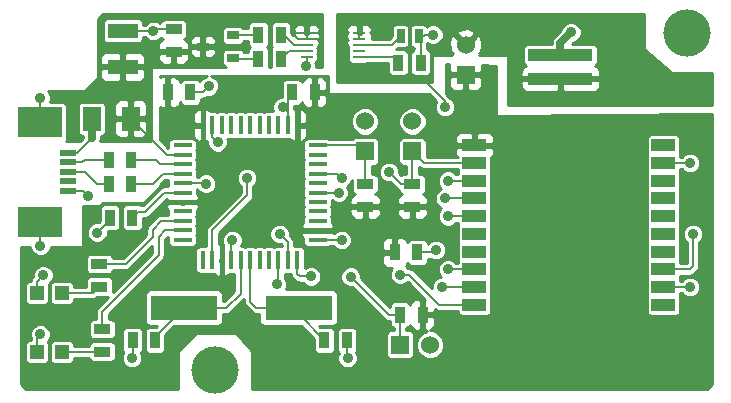
<source format=gtl>
G04 (created by PCBNEW-RS274X (2012-01-19 BZR 3256)-stable) date 12/5/2012 4:20:54 PM*
G01*
G70*
G90*
%MOIN*%
G04 Gerber Fmt 3.4, Leading zero omitted, Abs format*
%FSLAX34Y34*%
G04 APERTURE LIST*
%ADD10C,0.006000*%
%ADD11R,0.039400X0.027600*%
%ADD12R,0.216500X0.039300*%
%ADD13R,0.039400X0.010600*%
%ADD14R,0.149600X0.098400*%
%ADD15R,0.055100X0.019700*%
%ADD16R,0.035000X0.055000*%
%ADD17R,0.055000X0.035000*%
%ADD18R,0.016000X0.060000*%
%ADD19R,0.060000X0.016000*%
%ADD20R,0.060000X0.060000*%
%ADD21C,0.060000*%
%ADD22R,0.100000X0.050000*%
%ADD23R,0.060000X0.080000*%
%ADD24R,0.220500X0.082700*%
%ADD25R,0.047200X0.047200*%
%ADD26R,0.025000X0.045000*%
%ADD27C,0.157500*%
%ADD28R,0.078700X0.039400*%
%ADD29C,0.035000*%
%ADD30C,0.008000*%
%ADD31C,0.025000*%
%ADD32C,0.010000*%
G04 APERTURE END LIST*
G54D10*
G54D11*
X48625Y-34800D03*
X49625Y-34425D03*
X49625Y-35175D03*
G54D12*
X60542Y-35082D03*
X60542Y-35868D03*
G54D13*
X52078Y-34344D03*
X52078Y-34544D03*
X52078Y-34744D03*
X52078Y-34944D03*
X52078Y-35144D03*
X53828Y-35144D03*
X53828Y-34944D03*
X53828Y-34744D03*
X53828Y-34544D03*
X53828Y-34344D03*
G54D14*
X43189Y-40630D03*
X43189Y-37322D03*
G54D15*
X44134Y-39606D03*
X44134Y-39291D03*
X44134Y-38346D03*
X44134Y-38661D03*
X44134Y-38976D03*
G54D16*
X46241Y-38583D03*
X45491Y-38583D03*
X46241Y-39370D03*
X45491Y-39370D03*
X50475Y-34400D03*
X51225Y-34400D03*
G54D17*
X54035Y-40139D03*
X54035Y-39389D03*
X45177Y-42046D03*
X45177Y-42796D03*
G54D16*
X55137Y-35335D03*
X55887Y-35335D03*
G54D17*
X55610Y-40139D03*
X55610Y-39389D03*
G54D18*
X50197Y-37415D03*
X49882Y-37415D03*
X49567Y-37415D03*
X49252Y-37415D03*
X48937Y-37415D03*
X48622Y-37415D03*
X50512Y-37415D03*
X50827Y-37415D03*
X51142Y-37415D03*
X51457Y-37415D03*
X51772Y-37415D03*
X50197Y-41915D03*
X49882Y-41915D03*
X49567Y-41915D03*
X49252Y-41915D03*
X48937Y-41915D03*
X48622Y-41915D03*
X50512Y-41915D03*
X50827Y-41915D03*
X51142Y-41915D03*
X51457Y-41915D03*
X51772Y-41915D03*
G54D19*
X47947Y-39665D03*
X52447Y-39665D03*
X47947Y-39980D03*
X52447Y-39980D03*
X52447Y-40295D03*
X47947Y-40295D03*
X47947Y-40610D03*
X52447Y-40610D03*
X52447Y-40925D03*
X47947Y-40925D03*
X47947Y-41240D03*
X52447Y-41240D03*
X52447Y-39350D03*
X47947Y-39350D03*
X47947Y-39035D03*
X52447Y-39035D03*
X52447Y-38720D03*
X47947Y-38720D03*
X47947Y-38405D03*
X52447Y-38405D03*
X52447Y-38090D03*
X47947Y-38090D03*
G54D20*
X57382Y-35736D03*
G54D21*
X57382Y-34736D03*
G54D16*
X46275Y-40500D03*
X45525Y-40500D03*
X52676Y-44587D03*
X53426Y-44587D03*
X47029Y-44587D03*
X46279Y-44587D03*
G54D22*
X45950Y-35475D03*
X45950Y-34275D03*
G54D17*
X47650Y-34975D03*
X47650Y-34225D03*
G54D16*
X47460Y-36319D03*
X48210Y-36319D03*
X52344Y-36319D03*
X51594Y-36319D03*
X55025Y-41660D03*
X55775Y-41660D03*
G54D23*
X46221Y-37205D03*
X44921Y-37205D03*
G54D24*
X51811Y-43504D03*
X47993Y-43504D03*
G54D25*
X43917Y-43012D03*
X43091Y-43012D03*
X43917Y-44980D03*
X43091Y-44980D03*
G54D20*
X55610Y-38295D03*
G54D21*
X55610Y-37295D03*
G54D20*
X54035Y-38295D03*
G54D21*
X54035Y-37295D03*
G54D26*
X55212Y-34449D03*
X55812Y-34449D03*
G54D27*
X49016Y-45571D03*
X64764Y-34343D03*
G54D28*
X57677Y-38091D03*
X57677Y-38681D03*
X57677Y-39272D03*
X57677Y-39862D03*
X57677Y-40453D03*
X57677Y-41043D03*
X57677Y-41634D03*
X57677Y-42224D03*
X57677Y-42815D03*
X57677Y-43405D03*
X63977Y-43405D03*
X63977Y-42815D03*
X63977Y-42224D03*
X63977Y-41634D03*
X63977Y-41043D03*
X63977Y-40453D03*
X63977Y-39862D03*
X63977Y-39272D03*
X63977Y-38681D03*
X63977Y-38091D03*
G54D16*
X55945Y-43740D03*
X55195Y-43740D03*
G54D17*
X45270Y-44215D03*
X45270Y-44965D03*
G54D20*
X55200Y-44730D03*
G54D21*
X56200Y-44730D03*
G54D16*
X50475Y-35200D03*
X51225Y-35200D03*
G54D29*
X64961Y-41043D03*
X53150Y-39665D03*
X53248Y-39173D03*
X56791Y-40453D03*
X53550Y-42470D03*
X52220Y-42460D03*
X55200Y-42400D03*
X51181Y-41043D03*
X56594Y-42815D03*
X51083Y-42717D03*
X50098Y-39173D03*
X54823Y-38976D03*
X56693Y-36811D03*
X56693Y-39862D03*
X46975Y-34275D03*
X56390Y-41580D03*
X52050Y-35450D03*
X48720Y-39370D03*
X43209Y-41437D03*
X44783Y-39764D03*
X43209Y-36516D03*
X43307Y-42421D03*
X46260Y-45177D03*
X53445Y-45177D03*
X56300Y-34400D03*
X45100Y-41000D03*
X49606Y-41240D03*
X56791Y-42224D03*
X56791Y-39272D03*
X64862Y-38681D03*
X49114Y-37992D03*
X60900Y-34325D03*
X64862Y-42815D03*
X43209Y-44390D03*
X48819Y-36122D03*
X51280Y-36811D03*
X53248Y-41240D03*
G54D30*
X47421Y-38405D02*
X46221Y-37205D01*
X52078Y-34544D02*
X51794Y-34544D01*
X52078Y-34544D02*
X52078Y-34344D01*
X47947Y-38405D02*
X47421Y-38405D01*
X51594Y-34331D02*
X51575Y-34350D01*
X52078Y-34344D02*
X51581Y-34344D01*
X51581Y-34344D02*
X51594Y-34331D01*
X52506Y-34344D02*
X52525Y-34325D01*
X52078Y-34344D02*
X52506Y-34344D01*
X52494Y-34544D02*
X52500Y-34550D01*
X52078Y-34544D02*
X52494Y-34544D01*
X51794Y-34544D02*
X51594Y-34344D01*
X51594Y-34344D02*
X51594Y-34331D01*
X63977Y-42224D02*
X64862Y-42224D01*
X64961Y-41043D02*
X64961Y-42125D01*
X53150Y-39665D02*
X52447Y-39665D01*
X64862Y-42224D02*
X64961Y-42125D01*
X53248Y-39173D02*
X53110Y-39035D01*
X57677Y-40453D02*
X56791Y-40453D01*
X53110Y-39035D02*
X52447Y-39035D01*
X51850Y-42460D02*
X52220Y-42460D01*
X53550Y-42470D02*
X54820Y-43740D01*
X55200Y-44730D02*
X55200Y-43745D01*
X51772Y-41915D02*
X51772Y-42382D01*
X51772Y-42382D02*
X51850Y-42460D01*
X55200Y-43745D02*
X55195Y-43740D01*
X54820Y-43740D02*
X55195Y-43740D01*
X47947Y-39035D02*
X47284Y-39035D01*
X47284Y-39035D02*
X46949Y-39370D01*
X46949Y-39370D02*
X46241Y-39370D01*
X46241Y-38583D02*
X47048Y-38583D01*
X47185Y-38720D02*
X47947Y-38720D01*
X47048Y-38583D02*
X47185Y-38720D01*
X47146Y-41754D02*
X45270Y-43630D01*
X45270Y-43630D02*
X45270Y-44215D01*
X47947Y-40925D02*
X47363Y-40925D01*
X47146Y-41142D02*
X47146Y-41754D01*
X47363Y-40925D02*
X47146Y-41142D01*
X46950Y-41150D02*
X46950Y-40900D01*
X46950Y-40900D02*
X47240Y-40610D01*
X47240Y-40610D02*
X47947Y-40610D01*
X46054Y-42046D02*
X46950Y-41150D01*
X45177Y-42046D02*
X46054Y-42046D01*
X55500Y-42400D02*
X55200Y-42400D01*
X56505Y-43405D02*
X55500Y-42400D01*
X57677Y-43405D02*
X56505Y-43405D01*
X51457Y-41319D02*
X51181Y-41043D01*
X51457Y-41915D02*
X51457Y-41319D01*
X51142Y-42658D02*
X51083Y-42717D01*
X51142Y-41915D02*
X51142Y-42658D01*
X56594Y-42815D02*
X57677Y-42815D01*
X54035Y-38295D02*
X54035Y-39389D01*
X52447Y-38090D02*
X53830Y-38090D01*
X53830Y-38090D02*
X54035Y-38295D01*
X43917Y-43012D02*
X44961Y-43012D01*
X44961Y-43012D02*
X45177Y-42796D01*
X45255Y-44980D02*
X45270Y-44965D01*
X43917Y-44980D02*
X45255Y-44980D01*
X53828Y-35144D02*
X54946Y-35144D01*
X54946Y-35144D02*
X55137Y-35335D01*
X55610Y-39389D02*
X55236Y-39389D01*
X57677Y-38681D02*
X55996Y-38681D01*
X50100Y-39171D02*
X50098Y-39173D01*
X55236Y-39389D02*
X54823Y-38976D01*
X55996Y-38681D02*
X55610Y-38295D01*
X50100Y-39750D02*
X50100Y-39171D01*
X55610Y-38295D02*
X55610Y-39389D01*
X48937Y-41915D02*
X48937Y-40913D01*
X48937Y-40913D02*
X50100Y-39750D01*
X53828Y-34744D02*
X54917Y-34744D01*
X54917Y-34744D02*
X55212Y-34449D01*
X44685Y-38583D02*
X45491Y-38583D01*
X44607Y-38661D02*
X44685Y-38583D01*
X44134Y-38661D02*
X44607Y-38661D01*
X45078Y-39370D02*
X45491Y-39370D01*
X44134Y-38976D02*
X44684Y-38976D01*
X44684Y-38976D02*
X45078Y-39370D01*
X44134Y-38346D02*
X44429Y-38346D01*
G54D31*
X44921Y-37854D02*
X44921Y-37205D01*
G54D30*
X44429Y-38346D02*
X44921Y-37854D01*
X56693Y-36614D02*
X56004Y-35925D01*
X53828Y-34544D02*
X53828Y-34344D01*
X53828Y-34344D02*
X53839Y-34154D01*
X57677Y-39862D02*
X56693Y-39862D01*
X56693Y-36811D02*
X56693Y-36614D01*
X50197Y-43308D02*
X50393Y-43504D01*
X50197Y-41915D02*
X50197Y-43308D01*
X51811Y-43504D02*
X51811Y-43722D01*
X50393Y-43504D02*
X51811Y-43504D01*
X51811Y-43722D02*
X52676Y-44587D01*
X47029Y-44468D02*
X47993Y-43504D01*
X49882Y-43032D02*
X49410Y-43504D01*
X49410Y-43504D02*
X47993Y-43504D01*
X49882Y-41915D02*
X49882Y-43032D01*
X47029Y-44587D02*
X47029Y-44468D01*
X63977Y-38681D02*
X64862Y-38681D01*
X46279Y-45158D02*
X46260Y-45177D01*
X56310Y-41660D02*
X56390Y-41580D01*
X55887Y-35335D02*
X55887Y-34524D01*
X49567Y-41915D02*
X49567Y-41279D01*
X43189Y-41417D02*
X43209Y-41437D01*
X43189Y-37322D02*
X43189Y-36929D01*
X51457Y-36988D02*
X51280Y-36811D01*
X45525Y-40575D02*
X45100Y-41000D01*
X48937Y-37815D02*
X49114Y-37992D01*
X52078Y-35144D02*
X52078Y-35422D01*
X47025Y-34225D02*
X46975Y-34275D01*
X43091Y-43012D02*
X43091Y-42637D01*
X55887Y-34524D02*
X55812Y-34449D01*
X55775Y-41660D02*
X56310Y-41660D01*
X49567Y-41279D02*
X49606Y-41240D01*
X43189Y-36929D02*
X43209Y-36516D01*
X51457Y-36456D02*
X51594Y-36319D01*
X46279Y-44587D02*
X46279Y-45158D01*
X52078Y-35422D02*
X52050Y-35450D01*
X53426Y-44587D02*
X53426Y-45158D01*
X45950Y-34275D02*
X46975Y-34275D01*
X48700Y-39350D02*
X48720Y-39370D01*
X43091Y-44508D02*
X43209Y-44390D01*
X43091Y-44980D02*
X43091Y-44508D01*
X56011Y-34400D02*
X56300Y-34400D01*
X44625Y-39606D02*
X44134Y-39606D01*
X51457Y-37415D02*
X51457Y-36456D01*
X47650Y-34225D02*
X47025Y-34225D01*
X44625Y-39606D02*
X44783Y-39764D01*
X43091Y-42637D02*
X43307Y-42421D01*
X55887Y-34524D02*
X56011Y-34400D01*
G54D31*
X60542Y-34683D02*
X60900Y-34325D01*
X60542Y-35082D02*
X60542Y-34683D01*
G54D30*
X57677Y-39272D02*
X56791Y-39272D01*
X47947Y-39350D02*
X48700Y-39350D01*
X52447Y-41240D02*
X53248Y-41240D01*
X53426Y-45158D02*
X53445Y-45177D01*
X48937Y-37415D02*
X48937Y-37815D01*
X48210Y-36319D02*
X48622Y-36319D01*
X57677Y-42224D02*
X56791Y-42224D01*
X51457Y-37415D02*
X51457Y-36988D01*
X45525Y-40500D02*
X45525Y-40575D01*
X43189Y-40630D02*
X43189Y-41417D01*
X48622Y-36319D02*
X48819Y-36122D01*
X63977Y-42815D02*
X64862Y-42815D01*
X52078Y-34944D02*
X51481Y-34944D01*
X51481Y-34944D02*
X51225Y-35200D01*
X52078Y-34744D02*
X51656Y-34744D01*
X51312Y-34400D02*
X51225Y-34400D01*
X51656Y-34744D02*
X51312Y-34400D01*
X47947Y-39665D02*
X47335Y-39665D01*
X46475Y-40300D02*
X46275Y-40500D01*
X46700Y-40300D02*
X46475Y-40300D01*
X47335Y-39665D02*
X46700Y-40300D01*
X50475Y-35200D02*
X49650Y-35200D01*
X49650Y-35200D02*
X49625Y-35175D01*
X50475Y-34400D02*
X49650Y-34400D01*
X49650Y-34400D02*
X49625Y-34425D01*
G54D10*
G36*
X52607Y-35481D02*
X52394Y-35481D01*
X52394Y-35382D01*
X52375Y-35336D01*
X52419Y-35293D01*
X52445Y-35231D01*
X52445Y-35163D01*
X52445Y-35057D01*
X52439Y-35044D01*
X52445Y-35031D01*
X52445Y-34963D01*
X52445Y-34857D01*
X52439Y-34844D01*
X52445Y-34831D01*
X52445Y-34779D01*
X52486Y-34738D01*
X52524Y-34646D01*
X52525Y-34632D01*
X52463Y-34570D01*
X52454Y-34570D01*
X52486Y-34538D01*
X52516Y-34464D01*
X52525Y-34456D01*
X52524Y-34446D01*
X52524Y-34444D01*
X52524Y-34442D01*
X52525Y-34432D01*
X52516Y-34423D01*
X52486Y-34350D01*
X52454Y-34318D01*
X52463Y-34318D01*
X52525Y-34256D01*
X52524Y-34242D01*
X52486Y-34150D01*
X52416Y-34080D01*
X52325Y-34042D01*
X52226Y-34042D01*
X52190Y-34041D01*
X52128Y-34103D01*
X52128Y-34303D01*
X52128Y-34318D01*
X52128Y-34370D01*
X52128Y-34394D01*
X52028Y-34394D01*
X52028Y-34370D01*
X52028Y-34318D01*
X52028Y-34303D01*
X52028Y-34103D01*
X51966Y-34041D01*
X51930Y-34042D01*
X51831Y-34042D01*
X51740Y-34080D01*
X51670Y-34150D01*
X51632Y-34242D01*
X51631Y-34256D01*
X51693Y-34318D01*
X51702Y-34318D01*
X51670Y-34350D01*
X51639Y-34423D01*
X51635Y-34427D01*
X51570Y-34361D01*
X51570Y-34091D01*
X51544Y-34029D01*
X51496Y-33981D01*
X51434Y-33955D01*
X51366Y-33955D01*
X51016Y-33955D01*
X50954Y-33981D01*
X50906Y-34029D01*
X50880Y-34091D01*
X50880Y-34159D01*
X50880Y-34709D01*
X50906Y-34771D01*
X50935Y-34800D01*
X50906Y-34829D01*
X50880Y-34891D01*
X50880Y-34959D01*
X50880Y-35481D01*
X50820Y-35481D01*
X50820Y-35441D01*
X50820Y-34891D01*
X50794Y-34829D01*
X50765Y-34800D01*
X50794Y-34771D01*
X50820Y-34709D01*
X50820Y-34641D01*
X50820Y-34091D01*
X50794Y-34029D01*
X50746Y-33981D01*
X50684Y-33955D01*
X50616Y-33955D01*
X50266Y-33955D01*
X50204Y-33981D01*
X50156Y-34029D01*
X50130Y-34091D01*
X50130Y-34159D01*
X50130Y-34190D01*
X49965Y-34190D01*
X49918Y-34143D01*
X49856Y-34117D01*
X49788Y-34117D01*
X49394Y-34117D01*
X49332Y-34143D01*
X49284Y-34191D01*
X49258Y-34253D01*
X49258Y-34321D01*
X49258Y-34597D01*
X49284Y-34659D01*
X49332Y-34707D01*
X49394Y-34733D01*
X49462Y-34733D01*
X49856Y-34733D01*
X49918Y-34707D01*
X49966Y-34659D01*
X49986Y-34610D01*
X50130Y-34610D01*
X50130Y-34709D01*
X50156Y-34771D01*
X50185Y-34800D01*
X50156Y-34829D01*
X50130Y-34891D01*
X50130Y-34959D01*
X50130Y-34990D01*
X49986Y-34990D01*
X49966Y-34941D01*
X49918Y-34893D01*
X49856Y-34867D01*
X49788Y-34867D01*
X49394Y-34867D01*
X49332Y-34893D01*
X49284Y-34941D01*
X49258Y-35003D01*
X49258Y-35071D01*
X49258Y-35347D01*
X49284Y-35409D01*
X49332Y-35457D01*
X49389Y-35481D01*
X49072Y-35481D01*
X49072Y-34912D01*
X49072Y-34688D01*
X49071Y-34613D01*
X49033Y-34521D01*
X48963Y-34451D01*
X48872Y-34413D01*
X48773Y-34413D01*
X48737Y-34412D01*
X48675Y-34474D01*
X48675Y-34750D01*
X49010Y-34750D01*
X49072Y-34688D01*
X49072Y-34912D01*
X49010Y-34850D01*
X48675Y-34850D01*
X48675Y-35126D01*
X48737Y-35188D01*
X48773Y-35187D01*
X48872Y-35187D01*
X48963Y-35149D01*
X49033Y-35079D01*
X49071Y-34987D01*
X49072Y-34912D01*
X49072Y-35481D01*
X48575Y-35481D01*
X48575Y-35126D01*
X48575Y-34850D01*
X48575Y-34750D01*
X48575Y-34474D01*
X48513Y-34412D01*
X48477Y-34413D01*
X48378Y-34413D01*
X48287Y-34451D01*
X48217Y-34521D01*
X48179Y-34613D01*
X48178Y-34688D01*
X48240Y-34750D01*
X48575Y-34750D01*
X48575Y-34850D01*
X48240Y-34850D01*
X48178Y-34912D01*
X48179Y-34987D01*
X48217Y-35079D01*
X48287Y-35149D01*
X48378Y-35187D01*
X48477Y-35187D01*
X48513Y-35188D01*
X48575Y-35126D01*
X48575Y-35481D01*
X48175Y-35481D01*
X48175Y-35087D01*
X48175Y-34863D01*
X48174Y-34751D01*
X48136Y-34659D01*
X48066Y-34589D01*
X47989Y-34557D01*
X48021Y-34544D01*
X48069Y-34496D01*
X48095Y-34434D01*
X48095Y-34366D01*
X48095Y-34016D01*
X48069Y-33954D01*
X48021Y-33906D01*
X47959Y-33880D01*
X47891Y-33880D01*
X47341Y-33880D01*
X47279Y-33906D01*
X47231Y-33954D01*
X47205Y-34015D01*
X47201Y-34015D01*
X47170Y-33984D01*
X47044Y-33931D01*
X46907Y-33931D01*
X46781Y-33983D01*
X46699Y-34065D01*
X46620Y-34065D01*
X46620Y-33991D01*
X46594Y-33929D01*
X46546Y-33881D01*
X46484Y-33855D01*
X46416Y-33855D01*
X45416Y-33855D01*
X45354Y-33881D01*
X45306Y-33929D01*
X45280Y-33991D01*
X45280Y-34059D01*
X45280Y-34559D01*
X45306Y-34621D01*
X45354Y-34669D01*
X45416Y-34695D01*
X45484Y-34695D01*
X46484Y-34695D01*
X46546Y-34669D01*
X46594Y-34621D01*
X46620Y-34559D01*
X46620Y-34491D01*
X46620Y-34485D01*
X46699Y-34485D01*
X46780Y-34566D01*
X46906Y-34619D01*
X47043Y-34619D01*
X47169Y-34567D01*
X47235Y-34500D01*
X47279Y-34544D01*
X47310Y-34557D01*
X47234Y-34589D01*
X47164Y-34659D01*
X47126Y-34751D01*
X47125Y-34863D01*
X47187Y-34925D01*
X47550Y-34925D01*
X47600Y-34925D01*
X47700Y-34925D01*
X47750Y-34925D01*
X48113Y-34925D01*
X48175Y-34863D01*
X48175Y-35087D01*
X48113Y-35025D01*
X47700Y-35025D01*
X47700Y-35338D01*
X47762Y-35400D01*
X47876Y-35399D01*
X47975Y-35399D01*
X48066Y-35361D01*
X48136Y-35291D01*
X48174Y-35199D01*
X48175Y-35087D01*
X48175Y-35481D01*
X47600Y-35481D01*
X47600Y-35338D01*
X47600Y-35025D01*
X47187Y-35025D01*
X47125Y-35087D01*
X47126Y-35199D01*
X47164Y-35291D01*
X47234Y-35361D01*
X47325Y-35399D01*
X47424Y-35399D01*
X47538Y-35400D01*
X47600Y-35338D01*
X47600Y-35481D01*
X46899Y-35481D01*
X46899Y-37942D01*
X46771Y-37942D01*
X46771Y-37317D01*
X46771Y-37093D01*
X46770Y-36854D01*
X46770Y-36755D01*
X46732Y-36664D01*
X46700Y-36632D01*
X46700Y-35587D01*
X46700Y-35363D01*
X46699Y-35176D01*
X46661Y-35084D01*
X46591Y-35014D01*
X46500Y-34976D01*
X46401Y-34976D01*
X46062Y-34975D01*
X46000Y-35037D01*
X46000Y-35425D01*
X46638Y-35425D01*
X46700Y-35363D01*
X46700Y-35587D01*
X46638Y-35525D01*
X46000Y-35525D01*
X46000Y-35913D01*
X46062Y-35975D01*
X46401Y-35974D01*
X46500Y-35974D01*
X46591Y-35936D01*
X46661Y-35866D01*
X46699Y-35774D01*
X46700Y-35587D01*
X46700Y-36632D01*
X46662Y-36594D01*
X46570Y-36556D01*
X46333Y-36555D01*
X46271Y-36617D01*
X46271Y-37155D01*
X46709Y-37155D01*
X46771Y-37093D01*
X46771Y-37317D01*
X46709Y-37255D01*
X46271Y-37255D01*
X46271Y-37793D01*
X46333Y-37855D01*
X46570Y-37854D01*
X46662Y-37816D01*
X46732Y-37746D01*
X46770Y-37655D01*
X46770Y-37556D01*
X46771Y-37317D01*
X46771Y-37942D01*
X46171Y-37942D01*
X46171Y-37793D01*
X46171Y-37255D01*
X46171Y-37155D01*
X46171Y-36617D01*
X46109Y-36555D01*
X45900Y-36555D01*
X45900Y-35913D01*
X45900Y-35525D01*
X45900Y-35425D01*
X45900Y-35037D01*
X45838Y-34975D01*
X45499Y-34976D01*
X45400Y-34976D01*
X45309Y-35014D01*
X45239Y-35084D01*
X45201Y-35176D01*
X45200Y-35363D01*
X45262Y-35425D01*
X45900Y-35425D01*
X45900Y-35525D01*
X45262Y-35525D01*
X45200Y-35587D01*
X45201Y-35774D01*
X45239Y-35866D01*
X45309Y-35936D01*
X45400Y-35974D01*
X45499Y-35974D01*
X45838Y-35975D01*
X45900Y-35913D01*
X45900Y-36555D01*
X45872Y-36556D01*
X45780Y-36594D01*
X45710Y-36664D01*
X45672Y-36755D01*
X45672Y-36854D01*
X45671Y-37093D01*
X45733Y-37155D01*
X46171Y-37155D01*
X46171Y-37255D01*
X45733Y-37255D01*
X45671Y-37317D01*
X45672Y-37556D01*
X45672Y-37655D01*
X45710Y-37746D01*
X45780Y-37816D01*
X45872Y-37854D01*
X46109Y-37855D01*
X46171Y-37793D01*
X46171Y-37942D01*
X45198Y-37942D01*
X45216Y-37854D01*
X45216Y-37775D01*
X45255Y-37775D01*
X45317Y-37749D01*
X45365Y-37701D01*
X45391Y-37639D01*
X45391Y-37571D01*
X45391Y-36771D01*
X45365Y-36709D01*
X45317Y-36661D01*
X45255Y-36635D01*
X45187Y-36635D01*
X44587Y-36635D01*
X44525Y-36661D01*
X44477Y-36709D01*
X44451Y-36771D01*
X44451Y-36839D01*
X44451Y-37639D01*
X44477Y-37701D01*
X44525Y-37749D01*
X44587Y-37775D01*
X44626Y-37775D01*
X44626Y-37852D01*
X44536Y-37942D01*
X44049Y-37942D01*
X44081Y-37910D01*
X44107Y-37848D01*
X44107Y-37780D01*
X44107Y-36796D01*
X44081Y-36734D01*
X44033Y-36686D01*
X43971Y-36660D01*
X43903Y-36660D01*
X43521Y-36660D01*
X43553Y-36585D01*
X43553Y-36448D01*
X43501Y-36322D01*
X43449Y-36270D01*
X44706Y-36270D01*
X45129Y-35848D01*
X45129Y-33879D01*
X45296Y-33711D01*
X45297Y-33711D01*
X52607Y-33711D01*
X52607Y-35481D01*
X52607Y-35481D01*
G37*
G54D32*
X52607Y-35481D02*
X52394Y-35481D01*
X52394Y-35382D01*
X52375Y-35336D01*
X52419Y-35293D01*
X52445Y-35231D01*
X52445Y-35163D01*
X52445Y-35057D01*
X52439Y-35044D01*
X52445Y-35031D01*
X52445Y-34963D01*
X52445Y-34857D01*
X52439Y-34844D01*
X52445Y-34831D01*
X52445Y-34779D01*
X52486Y-34738D01*
X52524Y-34646D01*
X52525Y-34632D01*
X52463Y-34570D01*
X52454Y-34570D01*
X52486Y-34538D01*
X52516Y-34464D01*
X52525Y-34456D01*
X52524Y-34446D01*
X52524Y-34444D01*
X52524Y-34442D01*
X52525Y-34432D01*
X52516Y-34423D01*
X52486Y-34350D01*
X52454Y-34318D01*
X52463Y-34318D01*
X52525Y-34256D01*
X52524Y-34242D01*
X52486Y-34150D01*
X52416Y-34080D01*
X52325Y-34042D01*
X52226Y-34042D01*
X52190Y-34041D01*
X52128Y-34103D01*
X52128Y-34303D01*
X52128Y-34318D01*
X52128Y-34370D01*
X52128Y-34394D01*
X52028Y-34394D01*
X52028Y-34370D01*
X52028Y-34318D01*
X52028Y-34303D01*
X52028Y-34103D01*
X51966Y-34041D01*
X51930Y-34042D01*
X51831Y-34042D01*
X51740Y-34080D01*
X51670Y-34150D01*
X51632Y-34242D01*
X51631Y-34256D01*
X51693Y-34318D01*
X51702Y-34318D01*
X51670Y-34350D01*
X51639Y-34423D01*
X51635Y-34427D01*
X51570Y-34361D01*
X51570Y-34091D01*
X51544Y-34029D01*
X51496Y-33981D01*
X51434Y-33955D01*
X51366Y-33955D01*
X51016Y-33955D01*
X50954Y-33981D01*
X50906Y-34029D01*
X50880Y-34091D01*
X50880Y-34159D01*
X50880Y-34709D01*
X50906Y-34771D01*
X50935Y-34800D01*
X50906Y-34829D01*
X50880Y-34891D01*
X50880Y-34959D01*
X50880Y-35481D01*
X50820Y-35481D01*
X50820Y-35441D01*
X50820Y-34891D01*
X50794Y-34829D01*
X50765Y-34800D01*
X50794Y-34771D01*
X50820Y-34709D01*
X50820Y-34641D01*
X50820Y-34091D01*
X50794Y-34029D01*
X50746Y-33981D01*
X50684Y-33955D01*
X50616Y-33955D01*
X50266Y-33955D01*
X50204Y-33981D01*
X50156Y-34029D01*
X50130Y-34091D01*
X50130Y-34159D01*
X50130Y-34190D01*
X49965Y-34190D01*
X49918Y-34143D01*
X49856Y-34117D01*
X49788Y-34117D01*
X49394Y-34117D01*
X49332Y-34143D01*
X49284Y-34191D01*
X49258Y-34253D01*
X49258Y-34321D01*
X49258Y-34597D01*
X49284Y-34659D01*
X49332Y-34707D01*
X49394Y-34733D01*
X49462Y-34733D01*
X49856Y-34733D01*
X49918Y-34707D01*
X49966Y-34659D01*
X49986Y-34610D01*
X50130Y-34610D01*
X50130Y-34709D01*
X50156Y-34771D01*
X50185Y-34800D01*
X50156Y-34829D01*
X50130Y-34891D01*
X50130Y-34959D01*
X50130Y-34990D01*
X49986Y-34990D01*
X49966Y-34941D01*
X49918Y-34893D01*
X49856Y-34867D01*
X49788Y-34867D01*
X49394Y-34867D01*
X49332Y-34893D01*
X49284Y-34941D01*
X49258Y-35003D01*
X49258Y-35071D01*
X49258Y-35347D01*
X49284Y-35409D01*
X49332Y-35457D01*
X49389Y-35481D01*
X49072Y-35481D01*
X49072Y-34912D01*
X49072Y-34688D01*
X49071Y-34613D01*
X49033Y-34521D01*
X48963Y-34451D01*
X48872Y-34413D01*
X48773Y-34413D01*
X48737Y-34412D01*
X48675Y-34474D01*
X48675Y-34750D01*
X49010Y-34750D01*
X49072Y-34688D01*
X49072Y-34912D01*
X49010Y-34850D01*
X48675Y-34850D01*
X48675Y-35126D01*
X48737Y-35188D01*
X48773Y-35187D01*
X48872Y-35187D01*
X48963Y-35149D01*
X49033Y-35079D01*
X49071Y-34987D01*
X49072Y-34912D01*
X49072Y-35481D01*
X48575Y-35481D01*
X48575Y-35126D01*
X48575Y-34850D01*
X48575Y-34750D01*
X48575Y-34474D01*
X48513Y-34412D01*
X48477Y-34413D01*
X48378Y-34413D01*
X48287Y-34451D01*
X48217Y-34521D01*
X48179Y-34613D01*
X48178Y-34688D01*
X48240Y-34750D01*
X48575Y-34750D01*
X48575Y-34850D01*
X48240Y-34850D01*
X48178Y-34912D01*
X48179Y-34987D01*
X48217Y-35079D01*
X48287Y-35149D01*
X48378Y-35187D01*
X48477Y-35187D01*
X48513Y-35188D01*
X48575Y-35126D01*
X48575Y-35481D01*
X48175Y-35481D01*
X48175Y-35087D01*
X48175Y-34863D01*
X48174Y-34751D01*
X48136Y-34659D01*
X48066Y-34589D01*
X47989Y-34557D01*
X48021Y-34544D01*
X48069Y-34496D01*
X48095Y-34434D01*
X48095Y-34366D01*
X48095Y-34016D01*
X48069Y-33954D01*
X48021Y-33906D01*
X47959Y-33880D01*
X47891Y-33880D01*
X47341Y-33880D01*
X47279Y-33906D01*
X47231Y-33954D01*
X47205Y-34015D01*
X47201Y-34015D01*
X47170Y-33984D01*
X47044Y-33931D01*
X46907Y-33931D01*
X46781Y-33983D01*
X46699Y-34065D01*
X46620Y-34065D01*
X46620Y-33991D01*
X46594Y-33929D01*
X46546Y-33881D01*
X46484Y-33855D01*
X46416Y-33855D01*
X45416Y-33855D01*
X45354Y-33881D01*
X45306Y-33929D01*
X45280Y-33991D01*
X45280Y-34059D01*
X45280Y-34559D01*
X45306Y-34621D01*
X45354Y-34669D01*
X45416Y-34695D01*
X45484Y-34695D01*
X46484Y-34695D01*
X46546Y-34669D01*
X46594Y-34621D01*
X46620Y-34559D01*
X46620Y-34491D01*
X46620Y-34485D01*
X46699Y-34485D01*
X46780Y-34566D01*
X46906Y-34619D01*
X47043Y-34619D01*
X47169Y-34567D01*
X47235Y-34500D01*
X47279Y-34544D01*
X47310Y-34557D01*
X47234Y-34589D01*
X47164Y-34659D01*
X47126Y-34751D01*
X47125Y-34863D01*
X47187Y-34925D01*
X47550Y-34925D01*
X47600Y-34925D01*
X47700Y-34925D01*
X47750Y-34925D01*
X48113Y-34925D01*
X48175Y-34863D01*
X48175Y-35087D01*
X48113Y-35025D01*
X47700Y-35025D01*
X47700Y-35338D01*
X47762Y-35400D01*
X47876Y-35399D01*
X47975Y-35399D01*
X48066Y-35361D01*
X48136Y-35291D01*
X48174Y-35199D01*
X48175Y-35087D01*
X48175Y-35481D01*
X47600Y-35481D01*
X47600Y-35338D01*
X47600Y-35025D01*
X47187Y-35025D01*
X47125Y-35087D01*
X47126Y-35199D01*
X47164Y-35291D01*
X47234Y-35361D01*
X47325Y-35399D01*
X47424Y-35399D01*
X47538Y-35400D01*
X47600Y-35338D01*
X47600Y-35481D01*
X46899Y-35481D01*
X46899Y-37942D01*
X46771Y-37942D01*
X46771Y-37317D01*
X46771Y-37093D01*
X46770Y-36854D01*
X46770Y-36755D01*
X46732Y-36664D01*
X46700Y-36632D01*
X46700Y-35587D01*
X46700Y-35363D01*
X46699Y-35176D01*
X46661Y-35084D01*
X46591Y-35014D01*
X46500Y-34976D01*
X46401Y-34976D01*
X46062Y-34975D01*
X46000Y-35037D01*
X46000Y-35425D01*
X46638Y-35425D01*
X46700Y-35363D01*
X46700Y-35587D01*
X46638Y-35525D01*
X46000Y-35525D01*
X46000Y-35913D01*
X46062Y-35975D01*
X46401Y-35974D01*
X46500Y-35974D01*
X46591Y-35936D01*
X46661Y-35866D01*
X46699Y-35774D01*
X46700Y-35587D01*
X46700Y-36632D01*
X46662Y-36594D01*
X46570Y-36556D01*
X46333Y-36555D01*
X46271Y-36617D01*
X46271Y-37155D01*
X46709Y-37155D01*
X46771Y-37093D01*
X46771Y-37317D01*
X46709Y-37255D01*
X46271Y-37255D01*
X46271Y-37793D01*
X46333Y-37855D01*
X46570Y-37854D01*
X46662Y-37816D01*
X46732Y-37746D01*
X46770Y-37655D01*
X46770Y-37556D01*
X46771Y-37317D01*
X46771Y-37942D01*
X46171Y-37942D01*
X46171Y-37793D01*
X46171Y-37255D01*
X46171Y-37155D01*
X46171Y-36617D01*
X46109Y-36555D01*
X45900Y-36555D01*
X45900Y-35913D01*
X45900Y-35525D01*
X45900Y-35425D01*
X45900Y-35037D01*
X45838Y-34975D01*
X45499Y-34976D01*
X45400Y-34976D01*
X45309Y-35014D01*
X45239Y-35084D01*
X45201Y-35176D01*
X45200Y-35363D01*
X45262Y-35425D01*
X45900Y-35425D01*
X45900Y-35525D01*
X45262Y-35525D01*
X45200Y-35587D01*
X45201Y-35774D01*
X45239Y-35866D01*
X45309Y-35936D01*
X45400Y-35974D01*
X45499Y-35974D01*
X45838Y-35975D01*
X45900Y-35913D01*
X45900Y-36555D01*
X45872Y-36556D01*
X45780Y-36594D01*
X45710Y-36664D01*
X45672Y-36755D01*
X45672Y-36854D01*
X45671Y-37093D01*
X45733Y-37155D01*
X46171Y-37155D01*
X46171Y-37255D01*
X45733Y-37255D01*
X45671Y-37317D01*
X45672Y-37556D01*
X45672Y-37655D01*
X45710Y-37746D01*
X45780Y-37816D01*
X45872Y-37854D01*
X46109Y-37855D01*
X46171Y-37793D01*
X46171Y-37942D01*
X45198Y-37942D01*
X45216Y-37854D01*
X45216Y-37775D01*
X45255Y-37775D01*
X45317Y-37749D01*
X45365Y-37701D01*
X45391Y-37639D01*
X45391Y-37571D01*
X45391Y-36771D01*
X45365Y-36709D01*
X45317Y-36661D01*
X45255Y-36635D01*
X45187Y-36635D01*
X44587Y-36635D01*
X44525Y-36661D01*
X44477Y-36709D01*
X44451Y-36771D01*
X44451Y-36839D01*
X44451Y-37639D01*
X44477Y-37701D01*
X44525Y-37749D01*
X44587Y-37775D01*
X44626Y-37775D01*
X44626Y-37852D01*
X44536Y-37942D01*
X44049Y-37942D01*
X44081Y-37910D01*
X44107Y-37848D01*
X44107Y-37780D01*
X44107Y-36796D01*
X44081Y-36734D01*
X44033Y-36686D01*
X43971Y-36660D01*
X43903Y-36660D01*
X43521Y-36660D01*
X43553Y-36585D01*
X43553Y-36448D01*
X43501Y-36322D01*
X43449Y-36270D01*
X44706Y-36270D01*
X45129Y-35848D01*
X45129Y-33879D01*
X45296Y-33711D01*
X45297Y-33711D01*
X52607Y-33711D01*
X52607Y-35481D01*
G54D10*
G36*
X65600Y-36761D02*
X61874Y-36761D01*
X61874Y-35980D01*
X61874Y-35756D01*
X61873Y-35623D01*
X61835Y-35531D01*
X61765Y-35461D01*
X61695Y-35432D01*
X61720Y-35422D01*
X61768Y-35374D01*
X61794Y-35312D01*
X61794Y-35244D01*
X61794Y-34852D01*
X61768Y-34790D01*
X61720Y-34742D01*
X61658Y-34716D01*
X61590Y-34716D01*
X60926Y-34716D01*
X60977Y-34665D01*
X61094Y-34617D01*
X61191Y-34520D01*
X61244Y-34394D01*
X61244Y-34257D01*
X61192Y-34131D01*
X61095Y-34034D01*
X60969Y-33981D01*
X60832Y-33981D01*
X60706Y-34033D01*
X60609Y-34130D01*
X60559Y-34248D01*
X60333Y-34474D01*
X60269Y-34570D01*
X60246Y-34683D01*
X60247Y-34687D01*
X60247Y-34716D01*
X59426Y-34716D01*
X59364Y-34742D01*
X59316Y-34790D01*
X59290Y-34852D01*
X59290Y-34920D01*
X59290Y-35312D01*
X59316Y-35374D01*
X59364Y-35422D01*
X59388Y-35432D01*
X59319Y-35461D01*
X59249Y-35531D01*
X59211Y-35623D01*
X59210Y-35756D01*
X59272Y-35818D01*
X60442Y-35818D01*
X60492Y-35818D01*
X60592Y-35818D01*
X60642Y-35818D01*
X61812Y-35818D01*
X61874Y-35756D01*
X61874Y-35980D01*
X61812Y-35918D01*
X60592Y-35918D01*
X60592Y-36252D01*
X60654Y-36314D01*
X61575Y-36313D01*
X61674Y-36313D01*
X61765Y-36275D01*
X61835Y-36205D01*
X61873Y-36113D01*
X61874Y-35980D01*
X61874Y-36761D01*
X60492Y-36761D01*
X60492Y-36252D01*
X60492Y-35918D01*
X59272Y-35918D01*
X59210Y-35980D01*
X59211Y-36113D01*
X59249Y-36205D01*
X59319Y-36275D01*
X59410Y-36313D01*
X59509Y-36313D01*
X60430Y-36314D01*
X60492Y-36252D01*
X60492Y-36761D01*
X58804Y-36761D01*
X58804Y-35088D01*
X57925Y-35088D01*
X57821Y-35088D01*
X57848Y-35061D01*
X57815Y-35028D01*
X57854Y-35017D01*
X57925Y-34815D01*
X57914Y-34602D01*
X57854Y-34455D01*
X57760Y-34428D01*
X57690Y-34498D01*
X57690Y-34358D01*
X57663Y-34264D01*
X57461Y-34193D01*
X57248Y-34204D01*
X57101Y-34264D01*
X57074Y-34358D01*
X57382Y-34665D01*
X57690Y-34358D01*
X57690Y-34498D01*
X57453Y-34736D01*
X57382Y-34807D01*
X57311Y-34736D01*
X57276Y-34701D01*
X57004Y-34428D01*
X56910Y-34455D01*
X56839Y-34657D01*
X56850Y-34870D01*
X56910Y-35017D01*
X56948Y-35028D01*
X56916Y-35061D01*
X56943Y-35088D01*
X56644Y-35088D01*
X56644Y-34469D01*
X56644Y-34332D01*
X56592Y-34206D01*
X56495Y-34109D01*
X56369Y-34056D01*
X56232Y-34056D01*
X56106Y-34108D01*
X56082Y-34131D01*
X56081Y-34128D01*
X56033Y-34080D01*
X55971Y-34054D01*
X55903Y-34054D01*
X55653Y-34054D01*
X55591Y-34080D01*
X55543Y-34128D01*
X55517Y-34190D01*
X55517Y-34258D01*
X55517Y-34708D01*
X55543Y-34770D01*
X55591Y-34818D01*
X55653Y-34844D01*
X55677Y-34844D01*
X55677Y-34890D01*
X55616Y-34916D01*
X55568Y-34964D01*
X55542Y-35026D01*
X55542Y-35094D01*
X55542Y-35644D01*
X55568Y-35706D01*
X55616Y-35754D01*
X55678Y-35780D01*
X55746Y-35780D01*
X56096Y-35780D01*
X56158Y-35754D01*
X56206Y-35706D01*
X56232Y-35644D01*
X56232Y-35576D01*
X56232Y-35026D01*
X56206Y-34964D01*
X56158Y-34916D01*
X56097Y-34890D01*
X56097Y-34731D01*
X56107Y-34708D01*
X56107Y-34691D01*
X56231Y-34744D01*
X56368Y-34744D01*
X56494Y-34692D01*
X56591Y-34595D01*
X56644Y-34469D01*
X56644Y-35088D01*
X56249Y-35088D01*
X56249Y-35974D01*
X55507Y-35974D01*
X55507Y-34708D01*
X55507Y-34640D01*
X55507Y-34190D01*
X55481Y-34128D01*
X55433Y-34080D01*
X55371Y-34054D01*
X55303Y-34054D01*
X55053Y-34054D01*
X54991Y-34080D01*
X54943Y-34128D01*
X54917Y-34190D01*
X54917Y-34258D01*
X54917Y-34447D01*
X54830Y-34534D01*
X54275Y-34534D01*
X54275Y-34456D01*
X54275Y-34444D01*
X54274Y-34444D01*
X54274Y-34442D01*
X54275Y-34432D01*
X54266Y-34423D01*
X54236Y-34350D01*
X54204Y-34318D01*
X54213Y-34318D01*
X54275Y-34256D01*
X54274Y-34242D01*
X54236Y-34150D01*
X54166Y-34080D01*
X54075Y-34042D01*
X53976Y-34042D01*
X53940Y-34041D01*
X53878Y-34103D01*
X53878Y-34303D01*
X53878Y-34318D01*
X53878Y-34370D01*
X53878Y-34394D01*
X53778Y-34394D01*
X53778Y-34370D01*
X53778Y-34318D01*
X53778Y-34303D01*
X53778Y-34103D01*
X53716Y-34041D01*
X53680Y-34042D01*
X53581Y-34042D01*
X53490Y-34080D01*
X53420Y-34150D01*
X53382Y-34242D01*
X53381Y-34256D01*
X53443Y-34318D01*
X53452Y-34318D01*
X53420Y-34350D01*
X53389Y-34423D01*
X53381Y-34432D01*
X53381Y-34444D01*
X53381Y-34456D01*
X53389Y-34464D01*
X53420Y-34538D01*
X53452Y-34570D01*
X53443Y-34570D01*
X53381Y-34632D01*
X53382Y-34646D01*
X53420Y-34738D01*
X53461Y-34779D01*
X53461Y-34831D01*
X53466Y-34844D01*
X53461Y-34857D01*
X53461Y-34925D01*
X53461Y-35031D01*
X53466Y-35044D01*
X53461Y-35057D01*
X53461Y-35125D01*
X53461Y-35231D01*
X53487Y-35293D01*
X53535Y-35341D01*
X53597Y-35367D01*
X53665Y-35367D01*
X54059Y-35367D01*
X54090Y-35354D01*
X54792Y-35354D01*
X54792Y-35644D01*
X54818Y-35706D01*
X54866Y-35754D01*
X54928Y-35780D01*
X54996Y-35780D01*
X55346Y-35780D01*
X55408Y-35754D01*
X55456Y-35706D01*
X55482Y-35644D01*
X55482Y-35576D01*
X55482Y-35026D01*
X55456Y-34964D01*
X55408Y-34916D01*
X55346Y-34890D01*
X55278Y-34890D01*
X55067Y-34890D01*
X55113Y-34844D01*
X55121Y-34844D01*
X55371Y-34844D01*
X55433Y-34818D01*
X55481Y-34770D01*
X55507Y-34708D01*
X55507Y-35974D01*
X53101Y-35974D01*
X53101Y-33711D01*
X63336Y-33711D01*
X63336Y-34865D01*
X64253Y-35680D01*
X65600Y-35680D01*
X65600Y-36761D01*
X65600Y-36761D01*
G37*
G54D32*
X65600Y-36761D02*
X61874Y-36761D01*
X61874Y-35980D01*
X61874Y-35756D01*
X61873Y-35623D01*
X61835Y-35531D01*
X61765Y-35461D01*
X61695Y-35432D01*
X61720Y-35422D01*
X61768Y-35374D01*
X61794Y-35312D01*
X61794Y-35244D01*
X61794Y-34852D01*
X61768Y-34790D01*
X61720Y-34742D01*
X61658Y-34716D01*
X61590Y-34716D01*
X60926Y-34716D01*
X60977Y-34665D01*
X61094Y-34617D01*
X61191Y-34520D01*
X61244Y-34394D01*
X61244Y-34257D01*
X61192Y-34131D01*
X61095Y-34034D01*
X60969Y-33981D01*
X60832Y-33981D01*
X60706Y-34033D01*
X60609Y-34130D01*
X60559Y-34248D01*
X60333Y-34474D01*
X60269Y-34570D01*
X60246Y-34683D01*
X60247Y-34687D01*
X60247Y-34716D01*
X59426Y-34716D01*
X59364Y-34742D01*
X59316Y-34790D01*
X59290Y-34852D01*
X59290Y-34920D01*
X59290Y-35312D01*
X59316Y-35374D01*
X59364Y-35422D01*
X59388Y-35432D01*
X59319Y-35461D01*
X59249Y-35531D01*
X59211Y-35623D01*
X59210Y-35756D01*
X59272Y-35818D01*
X60442Y-35818D01*
X60492Y-35818D01*
X60592Y-35818D01*
X60642Y-35818D01*
X61812Y-35818D01*
X61874Y-35756D01*
X61874Y-35980D01*
X61812Y-35918D01*
X60592Y-35918D01*
X60592Y-36252D01*
X60654Y-36314D01*
X61575Y-36313D01*
X61674Y-36313D01*
X61765Y-36275D01*
X61835Y-36205D01*
X61873Y-36113D01*
X61874Y-35980D01*
X61874Y-36761D01*
X60492Y-36761D01*
X60492Y-36252D01*
X60492Y-35918D01*
X59272Y-35918D01*
X59210Y-35980D01*
X59211Y-36113D01*
X59249Y-36205D01*
X59319Y-36275D01*
X59410Y-36313D01*
X59509Y-36313D01*
X60430Y-36314D01*
X60492Y-36252D01*
X60492Y-36761D01*
X58804Y-36761D01*
X58804Y-35088D01*
X57925Y-35088D01*
X57821Y-35088D01*
X57848Y-35061D01*
X57815Y-35028D01*
X57854Y-35017D01*
X57925Y-34815D01*
X57914Y-34602D01*
X57854Y-34455D01*
X57760Y-34428D01*
X57690Y-34498D01*
X57690Y-34358D01*
X57663Y-34264D01*
X57461Y-34193D01*
X57248Y-34204D01*
X57101Y-34264D01*
X57074Y-34358D01*
X57382Y-34665D01*
X57690Y-34358D01*
X57690Y-34498D01*
X57453Y-34736D01*
X57382Y-34807D01*
X57311Y-34736D01*
X57276Y-34701D01*
X57004Y-34428D01*
X56910Y-34455D01*
X56839Y-34657D01*
X56850Y-34870D01*
X56910Y-35017D01*
X56948Y-35028D01*
X56916Y-35061D01*
X56943Y-35088D01*
X56644Y-35088D01*
X56644Y-34469D01*
X56644Y-34332D01*
X56592Y-34206D01*
X56495Y-34109D01*
X56369Y-34056D01*
X56232Y-34056D01*
X56106Y-34108D01*
X56082Y-34131D01*
X56081Y-34128D01*
X56033Y-34080D01*
X55971Y-34054D01*
X55903Y-34054D01*
X55653Y-34054D01*
X55591Y-34080D01*
X55543Y-34128D01*
X55517Y-34190D01*
X55517Y-34258D01*
X55517Y-34708D01*
X55543Y-34770D01*
X55591Y-34818D01*
X55653Y-34844D01*
X55677Y-34844D01*
X55677Y-34890D01*
X55616Y-34916D01*
X55568Y-34964D01*
X55542Y-35026D01*
X55542Y-35094D01*
X55542Y-35644D01*
X55568Y-35706D01*
X55616Y-35754D01*
X55678Y-35780D01*
X55746Y-35780D01*
X56096Y-35780D01*
X56158Y-35754D01*
X56206Y-35706D01*
X56232Y-35644D01*
X56232Y-35576D01*
X56232Y-35026D01*
X56206Y-34964D01*
X56158Y-34916D01*
X56097Y-34890D01*
X56097Y-34731D01*
X56107Y-34708D01*
X56107Y-34691D01*
X56231Y-34744D01*
X56368Y-34744D01*
X56494Y-34692D01*
X56591Y-34595D01*
X56644Y-34469D01*
X56644Y-35088D01*
X56249Y-35088D01*
X56249Y-35974D01*
X55507Y-35974D01*
X55507Y-34708D01*
X55507Y-34640D01*
X55507Y-34190D01*
X55481Y-34128D01*
X55433Y-34080D01*
X55371Y-34054D01*
X55303Y-34054D01*
X55053Y-34054D01*
X54991Y-34080D01*
X54943Y-34128D01*
X54917Y-34190D01*
X54917Y-34258D01*
X54917Y-34447D01*
X54830Y-34534D01*
X54275Y-34534D01*
X54275Y-34456D01*
X54275Y-34444D01*
X54274Y-34444D01*
X54274Y-34442D01*
X54275Y-34432D01*
X54266Y-34423D01*
X54236Y-34350D01*
X54204Y-34318D01*
X54213Y-34318D01*
X54275Y-34256D01*
X54274Y-34242D01*
X54236Y-34150D01*
X54166Y-34080D01*
X54075Y-34042D01*
X53976Y-34042D01*
X53940Y-34041D01*
X53878Y-34103D01*
X53878Y-34303D01*
X53878Y-34318D01*
X53878Y-34370D01*
X53878Y-34394D01*
X53778Y-34394D01*
X53778Y-34370D01*
X53778Y-34318D01*
X53778Y-34303D01*
X53778Y-34103D01*
X53716Y-34041D01*
X53680Y-34042D01*
X53581Y-34042D01*
X53490Y-34080D01*
X53420Y-34150D01*
X53382Y-34242D01*
X53381Y-34256D01*
X53443Y-34318D01*
X53452Y-34318D01*
X53420Y-34350D01*
X53389Y-34423D01*
X53381Y-34432D01*
X53381Y-34444D01*
X53381Y-34456D01*
X53389Y-34464D01*
X53420Y-34538D01*
X53452Y-34570D01*
X53443Y-34570D01*
X53381Y-34632D01*
X53382Y-34646D01*
X53420Y-34738D01*
X53461Y-34779D01*
X53461Y-34831D01*
X53466Y-34844D01*
X53461Y-34857D01*
X53461Y-34925D01*
X53461Y-35031D01*
X53466Y-35044D01*
X53461Y-35057D01*
X53461Y-35125D01*
X53461Y-35231D01*
X53487Y-35293D01*
X53535Y-35341D01*
X53597Y-35367D01*
X53665Y-35367D01*
X54059Y-35367D01*
X54090Y-35354D01*
X54792Y-35354D01*
X54792Y-35644D01*
X54818Y-35706D01*
X54866Y-35754D01*
X54928Y-35780D01*
X54996Y-35780D01*
X55346Y-35780D01*
X55408Y-35754D01*
X55456Y-35706D01*
X55482Y-35644D01*
X55482Y-35576D01*
X55482Y-35026D01*
X55456Y-34964D01*
X55408Y-34916D01*
X55346Y-34890D01*
X55278Y-34890D01*
X55067Y-34890D01*
X55113Y-34844D01*
X55121Y-34844D01*
X55371Y-34844D01*
X55433Y-34818D01*
X55481Y-34770D01*
X55507Y-34708D01*
X55507Y-35974D01*
X53101Y-35974D01*
X53101Y-33711D01*
X63336Y-33711D01*
X63336Y-34865D01*
X64253Y-35680D01*
X65600Y-35680D01*
X65600Y-36761D01*
G54D10*
G36*
X65600Y-46042D02*
X65432Y-46210D01*
X65305Y-46210D01*
X65305Y-41112D01*
X65305Y-40975D01*
X65253Y-40849D01*
X65156Y-40752D01*
X65030Y-40699D01*
X64893Y-40699D01*
X64767Y-40751D01*
X64670Y-40848D01*
X64617Y-40974D01*
X64617Y-41111D01*
X64669Y-41237D01*
X64751Y-41319D01*
X64751Y-42014D01*
X64540Y-42014D01*
X64540Y-41993D01*
X64514Y-41931D01*
X64512Y-41929D01*
X64514Y-41927D01*
X64540Y-41865D01*
X64540Y-41797D01*
X64540Y-41403D01*
X64514Y-41341D01*
X64511Y-41338D01*
X64514Y-41336D01*
X64540Y-41274D01*
X64540Y-41206D01*
X64540Y-40812D01*
X64514Y-40750D01*
X64512Y-40748D01*
X64514Y-40746D01*
X64540Y-40684D01*
X64540Y-40616D01*
X64540Y-40222D01*
X64514Y-40160D01*
X64511Y-40157D01*
X64514Y-40155D01*
X64540Y-40093D01*
X64540Y-40025D01*
X64540Y-39631D01*
X64514Y-39569D01*
X64512Y-39567D01*
X64514Y-39565D01*
X64540Y-39503D01*
X64540Y-39435D01*
X64540Y-39041D01*
X64514Y-38979D01*
X64511Y-38976D01*
X64514Y-38974D01*
X64540Y-38912D01*
X64540Y-38891D01*
X64586Y-38891D01*
X64667Y-38972D01*
X64793Y-39025D01*
X64930Y-39025D01*
X65056Y-38973D01*
X65153Y-38876D01*
X65206Y-38750D01*
X65206Y-38613D01*
X65154Y-38487D01*
X65057Y-38390D01*
X64931Y-38337D01*
X64794Y-38337D01*
X64668Y-38389D01*
X64586Y-38471D01*
X64540Y-38471D01*
X64540Y-38450D01*
X64514Y-38388D01*
X64512Y-38386D01*
X64514Y-38384D01*
X64540Y-38322D01*
X64540Y-38254D01*
X64540Y-37860D01*
X64514Y-37798D01*
X64466Y-37750D01*
X64404Y-37724D01*
X64336Y-37724D01*
X63550Y-37724D01*
X63488Y-37750D01*
X63440Y-37798D01*
X63414Y-37860D01*
X63414Y-37928D01*
X63414Y-38322D01*
X63440Y-38384D01*
X63442Y-38386D01*
X63440Y-38388D01*
X63414Y-38450D01*
X63414Y-38518D01*
X63414Y-38912D01*
X63440Y-38974D01*
X63442Y-38976D01*
X63440Y-38979D01*
X63414Y-39041D01*
X63414Y-39109D01*
X63414Y-39503D01*
X63440Y-39565D01*
X63442Y-39567D01*
X63440Y-39569D01*
X63414Y-39631D01*
X63414Y-39699D01*
X63414Y-40093D01*
X63440Y-40155D01*
X63442Y-40157D01*
X63440Y-40160D01*
X63414Y-40222D01*
X63414Y-40290D01*
X63414Y-40684D01*
X63440Y-40746D01*
X63442Y-40748D01*
X63440Y-40750D01*
X63414Y-40812D01*
X63414Y-40880D01*
X63414Y-41274D01*
X63440Y-41336D01*
X63442Y-41338D01*
X63440Y-41341D01*
X63414Y-41403D01*
X63414Y-41471D01*
X63414Y-41865D01*
X63440Y-41927D01*
X63442Y-41929D01*
X63440Y-41931D01*
X63414Y-41993D01*
X63414Y-42061D01*
X63414Y-42455D01*
X63440Y-42517D01*
X63442Y-42519D01*
X63440Y-42522D01*
X63414Y-42584D01*
X63414Y-42652D01*
X63414Y-43046D01*
X63440Y-43108D01*
X63442Y-43110D01*
X63440Y-43112D01*
X63414Y-43174D01*
X63414Y-43242D01*
X63414Y-43636D01*
X63440Y-43698D01*
X63488Y-43746D01*
X63550Y-43772D01*
X63618Y-43772D01*
X64404Y-43772D01*
X64466Y-43746D01*
X64514Y-43698D01*
X64540Y-43636D01*
X64540Y-43568D01*
X64540Y-43174D01*
X64514Y-43112D01*
X64512Y-43110D01*
X64514Y-43108D01*
X64540Y-43046D01*
X64540Y-43025D01*
X64586Y-43025D01*
X64667Y-43106D01*
X64793Y-43159D01*
X64930Y-43159D01*
X65056Y-43107D01*
X65153Y-43010D01*
X65206Y-42884D01*
X65206Y-42747D01*
X65154Y-42621D01*
X65057Y-42524D01*
X64931Y-42471D01*
X64794Y-42471D01*
X64668Y-42523D01*
X64586Y-42605D01*
X64540Y-42605D01*
X64540Y-42584D01*
X64514Y-42522D01*
X64511Y-42519D01*
X64514Y-42517D01*
X64540Y-42455D01*
X64540Y-42434D01*
X64862Y-42434D01*
X64862Y-42433D01*
X64929Y-42420D01*
X64942Y-42418D01*
X64943Y-42418D01*
X65010Y-42372D01*
X65109Y-42273D01*
X65155Y-42206D01*
X65155Y-42205D01*
X65157Y-42192D01*
X65170Y-42125D01*
X65171Y-42125D01*
X65171Y-41319D01*
X65252Y-41238D01*
X65305Y-41112D01*
X65305Y-46210D01*
X58320Y-46210D01*
X58320Y-38203D01*
X58320Y-37979D01*
X58319Y-37943D01*
X58319Y-37844D01*
X58281Y-37753D01*
X58211Y-37683D01*
X58119Y-37645D01*
X57932Y-37644D01*
X57932Y-35848D01*
X57870Y-35786D01*
X57432Y-35786D01*
X57432Y-36224D01*
X57494Y-36286D01*
X57633Y-36285D01*
X57732Y-36285D01*
X57823Y-36247D01*
X57893Y-36177D01*
X57931Y-36085D01*
X57932Y-35848D01*
X57932Y-37644D01*
X57789Y-37644D01*
X57727Y-37706D01*
X57727Y-38041D01*
X58258Y-38041D01*
X58320Y-37979D01*
X58320Y-38203D01*
X58258Y-38141D01*
X57777Y-38141D01*
X57727Y-38141D01*
X57627Y-38141D01*
X57627Y-38041D01*
X57627Y-37706D01*
X57565Y-37644D01*
X57332Y-37644D01*
X57332Y-36224D01*
X57332Y-35786D01*
X56894Y-35786D01*
X56832Y-35848D01*
X56833Y-36085D01*
X56871Y-36177D01*
X56941Y-36247D01*
X57032Y-36285D01*
X57131Y-36285D01*
X57270Y-36286D01*
X57332Y-36224D01*
X57332Y-37644D01*
X57235Y-37645D01*
X57143Y-37683D01*
X57073Y-37753D01*
X57035Y-37844D01*
X57035Y-37943D01*
X57034Y-37979D01*
X57096Y-38041D01*
X57627Y-38041D01*
X57627Y-38141D01*
X57577Y-38141D01*
X57096Y-38141D01*
X57034Y-38203D01*
X57035Y-38239D01*
X57035Y-38338D01*
X57073Y-38429D01*
X57114Y-38470D01*
X57114Y-38471D01*
X56082Y-38471D01*
X56080Y-38468D01*
X56080Y-37961D01*
X56080Y-37389D01*
X56080Y-37202D01*
X56009Y-37029D01*
X55877Y-36897D01*
X55704Y-36825D01*
X55517Y-36825D01*
X55344Y-36896D01*
X55212Y-37028D01*
X55140Y-37201D01*
X55140Y-37388D01*
X55211Y-37561D01*
X55343Y-37693D01*
X55516Y-37765D01*
X55703Y-37765D01*
X55876Y-37694D01*
X56008Y-37562D01*
X56080Y-37389D01*
X56080Y-37961D01*
X56054Y-37899D01*
X56006Y-37851D01*
X55944Y-37825D01*
X55876Y-37825D01*
X55276Y-37825D01*
X55214Y-37851D01*
X55166Y-37899D01*
X55140Y-37961D01*
X55140Y-38029D01*
X55140Y-38629D01*
X55166Y-38691D01*
X55214Y-38739D01*
X55276Y-38765D01*
X55344Y-38765D01*
X55400Y-38765D01*
X55400Y-39044D01*
X55301Y-39044D01*
X55239Y-39070D01*
X55226Y-39082D01*
X55167Y-39023D01*
X55167Y-38908D01*
X55115Y-38782D01*
X55018Y-38685D01*
X54892Y-38632D01*
X54755Y-38632D01*
X54629Y-38684D01*
X54532Y-38781D01*
X54479Y-38907D01*
X54479Y-39044D01*
X54531Y-39170D01*
X54628Y-39267D01*
X54754Y-39320D01*
X54870Y-39320D01*
X55087Y-39537D01*
X55088Y-39537D01*
X55155Y-39583D01*
X55156Y-39583D01*
X55165Y-39584D01*
X55165Y-39598D01*
X55191Y-39660D01*
X55239Y-39708D01*
X55270Y-39721D01*
X55194Y-39753D01*
X55124Y-39823D01*
X55086Y-39915D01*
X55085Y-40027D01*
X55147Y-40089D01*
X55510Y-40089D01*
X55560Y-40089D01*
X55660Y-40089D01*
X55710Y-40089D01*
X56073Y-40089D01*
X56135Y-40027D01*
X56134Y-39915D01*
X56096Y-39823D01*
X56026Y-39753D01*
X55949Y-39721D01*
X55981Y-39708D01*
X56029Y-39660D01*
X56055Y-39598D01*
X56055Y-39530D01*
X56055Y-39180D01*
X56029Y-39118D01*
X55981Y-39070D01*
X55919Y-39044D01*
X55851Y-39044D01*
X55820Y-39044D01*
X55820Y-38801D01*
X55847Y-38829D01*
X55848Y-38829D01*
X55893Y-38859D01*
X55915Y-38874D01*
X55916Y-38875D01*
X55995Y-38890D01*
X55996Y-38891D01*
X57114Y-38891D01*
X57114Y-38912D01*
X57140Y-38974D01*
X57142Y-38976D01*
X57140Y-38979D01*
X57114Y-39041D01*
X57114Y-39062D01*
X57067Y-39062D01*
X56986Y-38981D01*
X56860Y-38928D01*
X56723Y-38928D01*
X56597Y-38980D01*
X56500Y-39077D01*
X56447Y-39203D01*
X56447Y-39340D01*
X56499Y-39466D01*
X56572Y-39539D01*
X56499Y-39570D01*
X56402Y-39667D01*
X56349Y-39793D01*
X56349Y-39930D01*
X56401Y-40056D01*
X56498Y-40153D01*
X56573Y-40184D01*
X56500Y-40258D01*
X56447Y-40384D01*
X56447Y-40521D01*
X56499Y-40647D01*
X56596Y-40744D01*
X56722Y-40797D01*
X56859Y-40797D01*
X56985Y-40745D01*
X57067Y-40663D01*
X57114Y-40663D01*
X57114Y-40684D01*
X57140Y-40746D01*
X57142Y-40748D01*
X57140Y-40750D01*
X57114Y-40812D01*
X57114Y-40880D01*
X57114Y-41274D01*
X57140Y-41336D01*
X57142Y-41338D01*
X57140Y-41341D01*
X57114Y-41403D01*
X57114Y-41471D01*
X57114Y-41865D01*
X57140Y-41927D01*
X57142Y-41929D01*
X57140Y-41931D01*
X57114Y-41993D01*
X57114Y-42014D01*
X57067Y-42014D01*
X56986Y-41933D01*
X56860Y-41880D01*
X56723Y-41880D01*
X56597Y-41932D01*
X56500Y-42029D01*
X56447Y-42155D01*
X56447Y-42292D01*
X56499Y-42418D01*
X56552Y-42471D01*
X56526Y-42471D01*
X56400Y-42523D01*
X56303Y-42620D01*
X56250Y-42746D01*
X56250Y-42853D01*
X55648Y-42252D01*
X55581Y-42206D01*
X55567Y-42203D01*
X55500Y-42190D01*
X55476Y-42190D01*
X55395Y-42109D01*
X55383Y-42103D01*
X55411Y-42076D01*
X55442Y-41999D01*
X55456Y-42031D01*
X55504Y-42079D01*
X55566Y-42105D01*
X55634Y-42105D01*
X55984Y-42105D01*
X56046Y-42079D01*
X56094Y-42031D01*
X56120Y-41969D01*
X56120Y-41901D01*
X56120Y-41870D01*
X56194Y-41870D01*
X56195Y-41871D01*
X56321Y-41924D01*
X56458Y-41924D01*
X56584Y-41872D01*
X56681Y-41775D01*
X56734Y-41649D01*
X56734Y-41512D01*
X56682Y-41386D01*
X56585Y-41289D01*
X56459Y-41236D01*
X56322Y-41236D01*
X56196Y-41288D01*
X56135Y-41349D01*
X56135Y-40251D01*
X56073Y-40189D01*
X55660Y-40189D01*
X55660Y-40502D01*
X55722Y-40564D01*
X55836Y-40563D01*
X55935Y-40563D01*
X56026Y-40525D01*
X56096Y-40455D01*
X56134Y-40363D01*
X56135Y-40251D01*
X56135Y-41349D01*
X56120Y-41364D01*
X56120Y-41351D01*
X56094Y-41289D01*
X56046Y-41241D01*
X55984Y-41215D01*
X55916Y-41215D01*
X55566Y-41215D01*
X55560Y-41217D01*
X55560Y-40502D01*
X55560Y-40189D01*
X55147Y-40189D01*
X55085Y-40251D01*
X55086Y-40363D01*
X55124Y-40455D01*
X55194Y-40525D01*
X55285Y-40563D01*
X55384Y-40563D01*
X55498Y-40564D01*
X55560Y-40502D01*
X55560Y-41217D01*
X55504Y-41241D01*
X55456Y-41289D01*
X55442Y-41320D01*
X55411Y-41244D01*
X55341Y-41174D01*
X55249Y-41136D01*
X55137Y-41135D01*
X55075Y-41197D01*
X55075Y-41560D01*
X55075Y-41610D01*
X55075Y-41710D01*
X54975Y-41710D01*
X54975Y-41610D01*
X54975Y-41197D01*
X54913Y-41135D01*
X54801Y-41136D01*
X54709Y-41174D01*
X54639Y-41244D01*
X54601Y-41335D01*
X54601Y-41434D01*
X54600Y-41548D01*
X54662Y-41610D01*
X54975Y-41610D01*
X54975Y-41710D01*
X54925Y-41710D01*
X54662Y-41710D01*
X54600Y-41772D01*
X54601Y-41886D01*
X54601Y-41985D01*
X54639Y-42076D01*
X54709Y-42146D01*
X54801Y-42184D01*
X54913Y-42185D01*
X54925Y-42173D01*
X54925Y-42185D01*
X54929Y-42185D01*
X54909Y-42205D01*
X54856Y-42331D01*
X54856Y-42468D01*
X54908Y-42594D01*
X55005Y-42691D01*
X55131Y-42744D01*
X55268Y-42744D01*
X55394Y-42692D01*
X55444Y-42641D01*
X56037Y-43234D01*
X55995Y-43277D01*
X55995Y-43690D01*
X56308Y-43690D01*
X56370Y-43628D01*
X56369Y-43562D01*
X56424Y-43599D01*
X56425Y-43599D01*
X56437Y-43601D01*
X56505Y-43615D01*
X57114Y-43615D01*
X57114Y-43636D01*
X57140Y-43698D01*
X57188Y-43746D01*
X57250Y-43772D01*
X57318Y-43772D01*
X58104Y-43772D01*
X58166Y-43746D01*
X58214Y-43698D01*
X58240Y-43636D01*
X58240Y-43568D01*
X58240Y-43174D01*
X58214Y-43112D01*
X58212Y-43110D01*
X58214Y-43108D01*
X58240Y-43046D01*
X58240Y-42978D01*
X58240Y-42584D01*
X58214Y-42522D01*
X58211Y-42519D01*
X58214Y-42517D01*
X58240Y-42455D01*
X58240Y-42387D01*
X58240Y-41993D01*
X58214Y-41931D01*
X58212Y-41929D01*
X58214Y-41927D01*
X58240Y-41865D01*
X58240Y-41797D01*
X58240Y-41403D01*
X58214Y-41341D01*
X58211Y-41338D01*
X58214Y-41336D01*
X58240Y-41274D01*
X58240Y-41206D01*
X58240Y-40812D01*
X58214Y-40750D01*
X58212Y-40748D01*
X58214Y-40746D01*
X58240Y-40684D01*
X58240Y-40616D01*
X58240Y-40222D01*
X58214Y-40160D01*
X58211Y-40157D01*
X58214Y-40155D01*
X58240Y-40093D01*
X58240Y-40025D01*
X58240Y-39631D01*
X58214Y-39569D01*
X58212Y-39567D01*
X58214Y-39565D01*
X58240Y-39503D01*
X58240Y-39435D01*
X58240Y-39041D01*
X58214Y-38979D01*
X58211Y-38976D01*
X58214Y-38974D01*
X58240Y-38912D01*
X58240Y-38844D01*
X58240Y-38470D01*
X58281Y-38429D01*
X58319Y-38338D01*
X58319Y-38239D01*
X58320Y-38203D01*
X58320Y-46210D01*
X56670Y-46210D01*
X56670Y-44824D01*
X56670Y-44637D01*
X56599Y-44464D01*
X56467Y-44332D01*
X56294Y-44260D01*
X56178Y-44260D01*
X56261Y-44226D01*
X56331Y-44156D01*
X56369Y-44065D01*
X56369Y-43966D01*
X56370Y-43852D01*
X56308Y-43790D01*
X55995Y-43790D01*
X55995Y-44203D01*
X56057Y-44265D01*
X56095Y-44264D01*
X55934Y-44331D01*
X55895Y-44370D01*
X55895Y-44203D01*
X55895Y-43840D01*
X55895Y-43790D01*
X55895Y-43690D01*
X55895Y-43640D01*
X55895Y-43277D01*
X55833Y-43215D01*
X55721Y-43216D01*
X55629Y-43254D01*
X55559Y-43324D01*
X55527Y-43400D01*
X55514Y-43369D01*
X55466Y-43321D01*
X55404Y-43295D01*
X55336Y-43295D01*
X54986Y-43295D01*
X54924Y-43321D01*
X54876Y-43369D01*
X54850Y-43431D01*
X54850Y-43473D01*
X54560Y-43183D01*
X54560Y-40251D01*
X54560Y-40027D01*
X54559Y-39915D01*
X54521Y-39823D01*
X54451Y-39753D01*
X54374Y-39721D01*
X54406Y-39708D01*
X54454Y-39660D01*
X54480Y-39598D01*
X54480Y-39530D01*
X54480Y-39180D01*
X54454Y-39118D01*
X54406Y-39070D01*
X54344Y-39044D01*
X54276Y-39044D01*
X54245Y-39044D01*
X54245Y-38765D01*
X54369Y-38765D01*
X54431Y-38739D01*
X54479Y-38691D01*
X54505Y-38629D01*
X54505Y-38561D01*
X54505Y-37961D01*
X54505Y-37389D01*
X54505Y-37202D01*
X54434Y-37029D01*
X54302Y-36897D01*
X54129Y-36825D01*
X53942Y-36825D01*
X53769Y-36896D01*
X53637Y-37028D01*
X53565Y-37201D01*
X53565Y-37388D01*
X53636Y-37561D01*
X53768Y-37693D01*
X53941Y-37765D01*
X54128Y-37765D01*
X54301Y-37694D01*
X54433Y-37562D01*
X54505Y-37389D01*
X54505Y-37961D01*
X54479Y-37899D01*
X54431Y-37851D01*
X54369Y-37825D01*
X54301Y-37825D01*
X53701Y-37825D01*
X53639Y-37851D01*
X53610Y-37880D01*
X52857Y-37880D01*
X52843Y-37866D01*
X52781Y-37840D01*
X52769Y-37840D01*
X52769Y-36431D01*
X52769Y-36207D01*
X52768Y-36093D01*
X52768Y-35994D01*
X52730Y-35903D01*
X52660Y-35833D01*
X52568Y-35795D01*
X52456Y-35794D01*
X52394Y-35856D01*
X52394Y-36269D01*
X52707Y-36269D01*
X52769Y-36207D01*
X52769Y-36431D01*
X52707Y-36369D01*
X52394Y-36369D01*
X52394Y-36782D01*
X52456Y-36844D01*
X52568Y-36843D01*
X52660Y-36805D01*
X52730Y-36735D01*
X52768Y-36644D01*
X52768Y-36545D01*
X52769Y-36431D01*
X52769Y-37840D01*
X52713Y-37840D01*
X52294Y-37840D01*
X52294Y-36782D01*
X52294Y-36419D01*
X52294Y-36369D01*
X52294Y-36269D01*
X52294Y-36219D01*
X52294Y-35856D01*
X52232Y-35794D01*
X52120Y-35795D01*
X52028Y-35833D01*
X51958Y-35903D01*
X51926Y-35979D01*
X51913Y-35948D01*
X51865Y-35900D01*
X51803Y-35874D01*
X51735Y-35874D01*
X51385Y-35874D01*
X51323Y-35900D01*
X51275Y-35948D01*
X51249Y-36010D01*
X51249Y-36078D01*
X51249Y-36446D01*
X51247Y-36456D01*
X51247Y-36467D01*
X51212Y-36467D01*
X51086Y-36519D01*
X50989Y-36616D01*
X50936Y-36742D01*
X50936Y-36879D01*
X50967Y-36956D01*
X50941Y-36945D01*
X50873Y-36945D01*
X50713Y-36945D01*
X50669Y-36963D01*
X50626Y-36945D01*
X50558Y-36945D01*
X50398Y-36945D01*
X50354Y-36963D01*
X50311Y-36945D01*
X50243Y-36945D01*
X50083Y-36945D01*
X50039Y-36963D01*
X49996Y-36945D01*
X49928Y-36945D01*
X49768Y-36945D01*
X49724Y-36963D01*
X49681Y-36945D01*
X49613Y-36945D01*
X49453Y-36945D01*
X49409Y-36963D01*
X49366Y-36945D01*
X49298Y-36945D01*
X49138Y-36945D01*
X49094Y-36963D01*
X49051Y-36945D01*
X48983Y-36945D01*
X48884Y-36945D01*
X48843Y-36904D01*
X48751Y-36866D01*
X48724Y-36865D01*
X48662Y-36927D01*
X48662Y-37365D01*
X48672Y-37365D01*
X48672Y-37465D01*
X48662Y-37465D01*
X48662Y-37903D01*
X48724Y-37965D01*
X48751Y-37964D01*
X48770Y-37956D01*
X48770Y-38060D01*
X48822Y-38186D01*
X48919Y-38283D01*
X49045Y-38336D01*
X49182Y-38336D01*
X49308Y-38284D01*
X49405Y-38187D01*
X49458Y-38061D01*
X49458Y-37924D01*
X49439Y-37879D01*
X49453Y-37885D01*
X49521Y-37885D01*
X49681Y-37885D01*
X49724Y-37866D01*
X49768Y-37885D01*
X49836Y-37885D01*
X49996Y-37885D01*
X50039Y-37866D01*
X50083Y-37885D01*
X50151Y-37885D01*
X50311Y-37885D01*
X50354Y-37866D01*
X50398Y-37885D01*
X50466Y-37885D01*
X50626Y-37885D01*
X50669Y-37866D01*
X50713Y-37885D01*
X50781Y-37885D01*
X50941Y-37885D01*
X50984Y-37866D01*
X51028Y-37885D01*
X51096Y-37885D01*
X51256Y-37885D01*
X51299Y-37866D01*
X51343Y-37885D01*
X51411Y-37885D01*
X51510Y-37885D01*
X51551Y-37926D01*
X51643Y-37964D01*
X51670Y-37965D01*
X51732Y-37903D01*
X51732Y-37465D01*
X51722Y-37465D01*
X51722Y-37365D01*
X51732Y-37365D01*
X51732Y-36927D01*
X51670Y-36865D01*
X51667Y-36865D01*
X51667Y-36764D01*
X51803Y-36764D01*
X51865Y-36738D01*
X51913Y-36690D01*
X51926Y-36658D01*
X51958Y-36735D01*
X52028Y-36805D01*
X52120Y-36843D01*
X52232Y-36844D01*
X52294Y-36782D01*
X52294Y-37840D01*
X52113Y-37840D01*
X52054Y-37864D01*
X52063Y-37856D01*
X52101Y-37765D01*
X52101Y-37666D01*
X52102Y-37527D01*
X52102Y-37303D01*
X52101Y-37164D01*
X52101Y-37065D01*
X52063Y-36974D01*
X51993Y-36904D01*
X51901Y-36866D01*
X51874Y-36865D01*
X51812Y-36927D01*
X51812Y-37365D01*
X52040Y-37365D01*
X52102Y-37303D01*
X52102Y-37527D01*
X52040Y-37465D01*
X51812Y-37465D01*
X51812Y-37903D01*
X51874Y-37965D01*
X51901Y-37964D01*
X51993Y-37926D01*
X52001Y-37917D01*
X51977Y-37976D01*
X51977Y-38044D01*
X51977Y-38204D01*
X51995Y-38247D01*
X51977Y-38291D01*
X51977Y-38359D01*
X51977Y-38519D01*
X51995Y-38562D01*
X51977Y-38606D01*
X51977Y-38674D01*
X51977Y-38834D01*
X51995Y-38877D01*
X51977Y-38921D01*
X51977Y-38989D01*
X51977Y-39149D01*
X51995Y-39192D01*
X51977Y-39236D01*
X51977Y-39304D01*
X51977Y-39464D01*
X51995Y-39507D01*
X51977Y-39551D01*
X51977Y-39619D01*
X51977Y-39779D01*
X51995Y-39822D01*
X51977Y-39866D01*
X51977Y-39934D01*
X51977Y-40094D01*
X51995Y-40137D01*
X51977Y-40181D01*
X51977Y-40249D01*
X51977Y-40409D01*
X51995Y-40452D01*
X51977Y-40496D01*
X51977Y-40564D01*
X51977Y-40663D01*
X51936Y-40704D01*
X51898Y-40795D01*
X51898Y-40824D01*
X51959Y-40885D01*
X52397Y-40885D01*
X52397Y-40875D01*
X52497Y-40875D01*
X52497Y-40885D01*
X52935Y-40885D01*
X52996Y-40824D01*
X52996Y-40795D01*
X52958Y-40704D01*
X52917Y-40663D01*
X52917Y-40656D01*
X52917Y-40496D01*
X52898Y-40452D01*
X52917Y-40409D01*
X52917Y-40341D01*
X52917Y-40181D01*
X52898Y-40137D01*
X52917Y-40094D01*
X52917Y-40026D01*
X52917Y-39918D01*
X52955Y-39956D01*
X53081Y-40009D01*
X53218Y-40009D01*
X53344Y-39957D01*
X53441Y-39860D01*
X53494Y-39734D01*
X53494Y-39597D01*
X53442Y-39471D01*
X53437Y-39466D01*
X53442Y-39465D01*
X53539Y-39368D01*
X53590Y-39246D01*
X53590Y-39248D01*
X53590Y-39598D01*
X53616Y-39660D01*
X53664Y-39708D01*
X53695Y-39721D01*
X53619Y-39753D01*
X53549Y-39823D01*
X53511Y-39915D01*
X53510Y-40027D01*
X53572Y-40089D01*
X53935Y-40089D01*
X53985Y-40089D01*
X54085Y-40089D01*
X54135Y-40089D01*
X54498Y-40089D01*
X54560Y-40027D01*
X54560Y-40251D01*
X54498Y-40189D01*
X54085Y-40189D01*
X54085Y-40502D01*
X54147Y-40564D01*
X54261Y-40563D01*
X54360Y-40563D01*
X54451Y-40525D01*
X54521Y-40455D01*
X54559Y-40363D01*
X54560Y-40251D01*
X54560Y-43183D01*
X53985Y-42608D01*
X53985Y-40502D01*
X53985Y-40189D01*
X53572Y-40189D01*
X53510Y-40251D01*
X53511Y-40363D01*
X53549Y-40455D01*
X53619Y-40525D01*
X53710Y-40563D01*
X53809Y-40563D01*
X53923Y-40564D01*
X53985Y-40502D01*
X53985Y-42608D01*
X53894Y-42517D01*
X53894Y-42402D01*
X53842Y-42276D01*
X53745Y-42179D01*
X53619Y-42126D01*
X53592Y-42126D01*
X53592Y-41309D01*
X53592Y-41172D01*
X53540Y-41046D01*
X53443Y-40949D01*
X53317Y-40896D01*
X53180Y-40896D01*
X53054Y-40948D01*
X52996Y-41005D01*
X52996Y-41006D01*
X52986Y-41016D01*
X52935Y-40965D01*
X52497Y-40965D01*
X52497Y-40975D01*
X52397Y-40975D01*
X52397Y-40965D01*
X51959Y-40965D01*
X51898Y-41026D01*
X51898Y-41055D01*
X51936Y-41146D01*
X51977Y-41187D01*
X51977Y-41194D01*
X51977Y-41354D01*
X52003Y-41416D01*
X52051Y-41464D01*
X52113Y-41490D01*
X52181Y-41490D01*
X52781Y-41490D01*
X52843Y-41464D01*
X52857Y-41450D01*
X52972Y-41450D01*
X53053Y-41531D01*
X53179Y-41584D01*
X53316Y-41584D01*
X53442Y-41532D01*
X53539Y-41435D01*
X53592Y-41309D01*
X53592Y-42126D01*
X53482Y-42126D01*
X53356Y-42178D01*
X53259Y-42275D01*
X53206Y-42401D01*
X53206Y-42538D01*
X53258Y-42664D01*
X53355Y-42761D01*
X53481Y-42814D01*
X53597Y-42814D01*
X54671Y-43888D01*
X54672Y-43888D01*
X54739Y-43934D01*
X54740Y-43934D01*
X54752Y-43936D01*
X54820Y-43950D01*
X54850Y-43950D01*
X54850Y-44049D01*
X54876Y-44111D01*
X54924Y-44159D01*
X54986Y-44185D01*
X54990Y-44185D01*
X54990Y-44260D01*
X54866Y-44260D01*
X54804Y-44286D01*
X54756Y-44334D01*
X54730Y-44396D01*
X54730Y-44464D01*
X54730Y-45064D01*
X54756Y-45126D01*
X54804Y-45174D01*
X54866Y-45200D01*
X54934Y-45200D01*
X55534Y-45200D01*
X55596Y-45174D01*
X55644Y-45126D01*
X55670Y-45064D01*
X55670Y-44996D01*
X55670Y-44396D01*
X55644Y-44334D01*
X55596Y-44286D01*
X55534Y-44260D01*
X55466Y-44260D01*
X55410Y-44260D01*
X55410Y-44182D01*
X55466Y-44159D01*
X55514Y-44111D01*
X55527Y-44079D01*
X55559Y-44156D01*
X55629Y-44226D01*
X55721Y-44264D01*
X55833Y-44265D01*
X55895Y-44203D01*
X55895Y-44370D01*
X55802Y-44463D01*
X55730Y-44636D01*
X55730Y-44823D01*
X55801Y-44996D01*
X55933Y-45128D01*
X56106Y-45200D01*
X56293Y-45200D01*
X56466Y-45129D01*
X56598Y-44997D01*
X56670Y-44824D01*
X56670Y-46210D01*
X53789Y-46210D01*
X53789Y-45246D01*
X53789Y-45109D01*
X53737Y-44983D01*
X53728Y-44974D01*
X53745Y-44958D01*
X53771Y-44896D01*
X53771Y-44828D01*
X53771Y-44278D01*
X53745Y-44216D01*
X53697Y-44168D01*
X53635Y-44142D01*
X53567Y-44142D01*
X53217Y-44142D01*
X53155Y-44168D01*
X53112Y-44211D01*
X53112Y-43957D01*
X53112Y-43878D01*
X53112Y-43052D01*
X53082Y-42979D01*
X53026Y-42923D01*
X52953Y-42892D01*
X52874Y-42892D01*
X51382Y-42892D01*
X51427Y-42786D01*
X51427Y-42649D01*
X51375Y-42523D01*
X51352Y-42500D01*
X51352Y-42385D01*
X51411Y-42385D01*
X51562Y-42385D01*
X51575Y-42449D01*
X51578Y-42463D01*
X51624Y-42530D01*
X51701Y-42608D01*
X51702Y-42608D01*
X51769Y-42654D01*
X51770Y-42654D01*
X51782Y-42656D01*
X51850Y-42670D01*
X51944Y-42670D01*
X52025Y-42751D01*
X52151Y-42804D01*
X52288Y-42804D01*
X52414Y-42752D01*
X52511Y-42655D01*
X52564Y-42529D01*
X52564Y-42392D01*
X52512Y-42266D01*
X52415Y-42169D01*
X52289Y-42116D01*
X52152Y-42116D01*
X52026Y-42168D01*
X52022Y-42172D01*
X52022Y-41581D01*
X51996Y-41519D01*
X51948Y-41471D01*
X51886Y-41445D01*
X51818Y-41445D01*
X51667Y-41445D01*
X51667Y-41319D01*
X51653Y-41251D01*
X51651Y-41239D01*
X51651Y-41238D01*
X51605Y-41171D01*
X51605Y-41170D01*
X51525Y-41090D01*
X51525Y-40975D01*
X51473Y-40849D01*
X51376Y-40752D01*
X51250Y-40699D01*
X51113Y-40699D01*
X50987Y-40751D01*
X50890Y-40848D01*
X50837Y-40974D01*
X50837Y-41111D01*
X50889Y-41237D01*
X50986Y-41334D01*
X51112Y-41387D01*
X51228Y-41387D01*
X51247Y-41405D01*
X51247Y-41445D01*
X51188Y-41445D01*
X51028Y-41445D01*
X50984Y-41463D01*
X50941Y-41445D01*
X50873Y-41445D01*
X50713Y-41445D01*
X50669Y-41463D01*
X50626Y-41445D01*
X50558Y-41445D01*
X50442Y-41445D01*
X50442Y-39242D01*
X50442Y-39105D01*
X50390Y-38979D01*
X50293Y-38882D01*
X50167Y-38829D01*
X50030Y-38829D01*
X49904Y-38881D01*
X49807Y-38978D01*
X49754Y-39104D01*
X49754Y-39241D01*
X49806Y-39367D01*
X49890Y-39451D01*
X49890Y-39663D01*
X48789Y-40765D01*
X48743Y-40832D01*
X48740Y-40845D01*
X48727Y-40913D01*
X48727Y-41445D01*
X48668Y-41445D01*
X48508Y-41445D01*
X48496Y-41450D01*
X48496Y-40110D01*
X48496Y-40081D01*
X48435Y-40020D01*
X47997Y-40020D01*
X47997Y-40030D01*
X47897Y-40030D01*
X47897Y-40020D01*
X47459Y-40020D01*
X47398Y-40081D01*
X47398Y-40110D01*
X47436Y-40201D01*
X47477Y-40242D01*
X47477Y-40249D01*
X47477Y-40400D01*
X47240Y-40400D01*
X47172Y-40413D01*
X47159Y-40416D01*
X47091Y-40462D01*
X46802Y-40752D01*
X46756Y-40819D01*
X46753Y-40832D01*
X46740Y-40900D01*
X46740Y-41063D01*
X45967Y-41836D01*
X45870Y-41836D01*
X45870Y-40809D01*
X45870Y-40741D01*
X45870Y-40191D01*
X45844Y-40129D01*
X45796Y-40081D01*
X45734Y-40055D01*
X45666Y-40055D01*
X45316Y-40055D01*
X45254Y-40081D01*
X45206Y-40129D01*
X45180Y-40191D01*
X45180Y-40259D01*
X45180Y-40623D01*
X45147Y-40656D01*
X45032Y-40656D01*
X44906Y-40708D01*
X44809Y-40805D01*
X44756Y-40931D01*
X44756Y-41068D01*
X44808Y-41194D01*
X44905Y-41291D01*
X45031Y-41344D01*
X45168Y-41344D01*
X45294Y-41292D01*
X45391Y-41195D01*
X45444Y-41069D01*
X45444Y-40952D01*
X45451Y-40945D01*
X45734Y-40945D01*
X45796Y-40919D01*
X45844Y-40871D01*
X45870Y-40809D01*
X45870Y-41836D01*
X45621Y-41836D01*
X45596Y-41775D01*
X45548Y-41727D01*
X45486Y-41701D01*
X45418Y-41701D01*
X44868Y-41701D01*
X44806Y-41727D01*
X44758Y-41775D01*
X44732Y-41837D01*
X44732Y-41905D01*
X44732Y-42255D01*
X44758Y-42317D01*
X44806Y-42365D01*
X44868Y-42391D01*
X44936Y-42391D01*
X45486Y-42391D01*
X45548Y-42365D01*
X45596Y-42317D01*
X45621Y-42256D01*
X46054Y-42256D01*
X46054Y-42255D01*
X46121Y-42242D01*
X46134Y-42240D01*
X46135Y-42240D01*
X46202Y-42194D01*
X46936Y-41460D01*
X46936Y-41667D01*
X45622Y-42981D01*
X45622Y-42937D01*
X45622Y-42587D01*
X45596Y-42525D01*
X45548Y-42477D01*
X45486Y-42451D01*
X45418Y-42451D01*
X44868Y-42451D01*
X44806Y-42477D01*
X44758Y-42525D01*
X44732Y-42587D01*
X44732Y-42655D01*
X44732Y-42802D01*
X44323Y-42802D01*
X44323Y-42742D01*
X44297Y-42680D01*
X44249Y-42632D01*
X44187Y-42606D01*
X44119Y-42606D01*
X43651Y-42606D01*
X43651Y-42490D01*
X43651Y-42353D01*
X43599Y-42227D01*
X43502Y-42130D01*
X43376Y-42077D01*
X43239Y-42077D01*
X43113Y-42129D01*
X43016Y-42226D01*
X42963Y-42352D01*
X42963Y-42468D01*
X42943Y-42489D01*
X42897Y-42556D01*
X42894Y-42569D01*
X42887Y-42606D01*
X42821Y-42606D01*
X42759Y-42632D01*
X42711Y-42680D01*
X42685Y-42742D01*
X42685Y-42810D01*
X42685Y-43282D01*
X42711Y-43344D01*
X42759Y-43392D01*
X42821Y-43418D01*
X42889Y-43418D01*
X43361Y-43418D01*
X43423Y-43392D01*
X43471Y-43344D01*
X43497Y-43282D01*
X43497Y-43214D01*
X43497Y-42742D01*
X43487Y-42718D01*
X43501Y-42713D01*
X43598Y-42616D01*
X43651Y-42490D01*
X43651Y-42606D01*
X43647Y-42606D01*
X43585Y-42632D01*
X43537Y-42680D01*
X43511Y-42742D01*
X43511Y-42810D01*
X43511Y-43282D01*
X43537Y-43344D01*
X43585Y-43392D01*
X43647Y-43418D01*
X43715Y-43418D01*
X44187Y-43418D01*
X44249Y-43392D01*
X44297Y-43344D01*
X44323Y-43282D01*
X44323Y-43222D01*
X44961Y-43222D01*
X44961Y-43221D01*
X45028Y-43208D01*
X45041Y-43206D01*
X45042Y-43206D01*
X45109Y-43160D01*
X45128Y-43141D01*
X45462Y-43141D01*
X45122Y-43482D01*
X45076Y-43549D01*
X45073Y-43562D01*
X45060Y-43630D01*
X45060Y-43870D01*
X44961Y-43870D01*
X44899Y-43896D01*
X44851Y-43944D01*
X44825Y-44006D01*
X44825Y-44074D01*
X44825Y-44424D01*
X44851Y-44486D01*
X44899Y-44534D01*
X44961Y-44560D01*
X45029Y-44560D01*
X45579Y-44560D01*
X45641Y-44534D01*
X45689Y-44486D01*
X45715Y-44424D01*
X45715Y-44356D01*
X45715Y-44006D01*
X45689Y-43944D01*
X45641Y-43896D01*
X45579Y-43870D01*
X45511Y-43870D01*
X45480Y-43870D01*
X45480Y-43716D01*
X47294Y-41903D01*
X47294Y-41902D01*
X47340Y-41835D01*
X47340Y-41834D01*
X47342Y-41821D01*
X47355Y-41754D01*
X47356Y-41754D01*
X47356Y-41228D01*
X47449Y-41135D01*
X47477Y-41135D01*
X47477Y-41194D01*
X47477Y-41354D01*
X47503Y-41416D01*
X47551Y-41464D01*
X47613Y-41490D01*
X47681Y-41490D01*
X48281Y-41490D01*
X48343Y-41464D01*
X48391Y-41416D01*
X48417Y-41354D01*
X48417Y-41286D01*
X48417Y-41126D01*
X48398Y-41082D01*
X48417Y-41039D01*
X48417Y-40971D01*
X48417Y-40811D01*
X48398Y-40767D01*
X48417Y-40724D01*
X48417Y-40656D01*
X48417Y-40496D01*
X48398Y-40452D01*
X48417Y-40409D01*
X48417Y-40341D01*
X48417Y-40242D01*
X48458Y-40201D01*
X48496Y-40110D01*
X48496Y-41450D01*
X48446Y-41471D01*
X48398Y-41519D01*
X48372Y-41581D01*
X48372Y-41649D01*
X48372Y-42249D01*
X48398Y-42311D01*
X48446Y-42359D01*
X48508Y-42385D01*
X48576Y-42385D01*
X48736Y-42385D01*
X48779Y-42366D01*
X48823Y-42385D01*
X48891Y-42385D01*
X48990Y-42385D01*
X49031Y-42426D01*
X49123Y-42464D01*
X49150Y-42465D01*
X49212Y-42403D01*
X49212Y-41965D01*
X49202Y-41965D01*
X49202Y-41865D01*
X49212Y-41865D01*
X49212Y-41427D01*
X49150Y-41365D01*
X49147Y-41365D01*
X49147Y-40999D01*
X50248Y-39899D01*
X50248Y-39898D01*
X50278Y-39853D01*
X50293Y-39831D01*
X50294Y-39830D01*
X50309Y-39751D01*
X50310Y-39750D01*
X50310Y-39447D01*
X50389Y-39368D01*
X50442Y-39242D01*
X50442Y-41445D01*
X50398Y-41445D01*
X50354Y-41463D01*
X50311Y-41445D01*
X50243Y-41445D01*
X50083Y-41445D01*
X50039Y-41463D01*
X49996Y-41445D01*
X49928Y-41445D01*
X49887Y-41445D01*
X49897Y-41435D01*
X49950Y-41309D01*
X49950Y-41172D01*
X49898Y-41046D01*
X49801Y-40949D01*
X49675Y-40896D01*
X49538Y-40896D01*
X49412Y-40948D01*
X49315Y-41045D01*
X49262Y-41171D01*
X49262Y-41308D01*
X49305Y-41413D01*
X49292Y-41427D01*
X49292Y-41865D01*
X49302Y-41865D01*
X49302Y-41965D01*
X49292Y-41965D01*
X49292Y-42403D01*
X49354Y-42465D01*
X49381Y-42464D01*
X49473Y-42426D01*
X49514Y-42385D01*
X49521Y-42385D01*
X49672Y-42385D01*
X49672Y-42945D01*
X49323Y-43294D01*
X49294Y-43294D01*
X49294Y-43052D01*
X49264Y-42979D01*
X49208Y-42923D01*
X49135Y-42892D01*
X49056Y-42892D01*
X46852Y-42892D01*
X46779Y-42922D01*
X46723Y-42978D01*
X46692Y-43051D01*
X46692Y-43130D01*
X46692Y-43956D01*
X46722Y-44029D01*
X46778Y-44085D01*
X46851Y-44116D01*
X46930Y-44116D01*
X47084Y-44116D01*
X47058Y-44142D01*
X46820Y-44142D01*
X46758Y-44168D01*
X46710Y-44216D01*
X46684Y-44278D01*
X46684Y-44346D01*
X46684Y-44896D01*
X46710Y-44958D01*
X46758Y-45006D01*
X46820Y-45032D01*
X46888Y-45032D01*
X47238Y-45032D01*
X47300Y-45006D01*
X47348Y-44958D01*
X47374Y-44896D01*
X47374Y-44828D01*
X47374Y-44419D01*
X47677Y-44116D01*
X49134Y-44116D01*
X49207Y-44086D01*
X49263Y-44030D01*
X49294Y-43957D01*
X49294Y-43878D01*
X49294Y-43714D01*
X49410Y-43714D01*
X49410Y-43713D01*
X49477Y-43700D01*
X49490Y-43698D01*
X49491Y-43698D01*
X49558Y-43652D01*
X49987Y-43223D01*
X49987Y-43308D01*
X50000Y-43375D01*
X50003Y-43389D01*
X50049Y-43456D01*
X50244Y-43652D01*
X50245Y-43652D01*
X50312Y-43698D01*
X50313Y-43698D01*
X50325Y-43700D01*
X50393Y-43714D01*
X50510Y-43714D01*
X50510Y-43956D01*
X50540Y-44029D01*
X50596Y-44085D01*
X50669Y-44116D01*
X50748Y-44116D01*
X51908Y-44116D01*
X52331Y-44538D01*
X52331Y-44896D01*
X52357Y-44958D01*
X52405Y-45006D01*
X52467Y-45032D01*
X52535Y-45032D01*
X52885Y-45032D01*
X52947Y-45006D01*
X52995Y-44958D01*
X53021Y-44896D01*
X53021Y-44828D01*
X53021Y-44278D01*
X52995Y-44216D01*
X52947Y-44168D01*
X52885Y-44142D01*
X52817Y-44142D01*
X52527Y-44142D01*
X52501Y-44116D01*
X52952Y-44116D01*
X53025Y-44086D01*
X53081Y-44030D01*
X53112Y-43957D01*
X53112Y-44211D01*
X53107Y-44216D01*
X53081Y-44278D01*
X53081Y-44346D01*
X53081Y-44896D01*
X53107Y-44958D01*
X53147Y-44998D01*
X53101Y-45108D01*
X53101Y-45245D01*
X53153Y-45371D01*
X53250Y-45468D01*
X53376Y-45521D01*
X53513Y-45521D01*
X53639Y-45469D01*
X53736Y-45372D01*
X53789Y-45246D01*
X53789Y-46210D01*
X50247Y-46210D01*
X50247Y-44962D01*
X49728Y-44340D01*
X48404Y-44340D01*
X47785Y-44959D01*
X47785Y-46210D01*
X46624Y-46210D01*
X46624Y-44896D01*
X46624Y-44828D01*
X46624Y-44278D01*
X46598Y-44216D01*
X46550Y-44168D01*
X46488Y-44142D01*
X46420Y-44142D01*
X46070Y-44142D01*
X46008Y-44168D01*
X45960Y-44216D01*
X45934Y-44278D01*
X45934Y-44346D01*
X45934Y-44896D01*
X45960Y-44958D01*
X45976Y-44974D01*
X45969Y-44982D01*
X45916Y-45108D01*
X45916Y-45245D01*
X45968Y-45371D01*
X46065Y-45468D01*
X46191Y-45521D01*
X46328Y-45521D01*
X46454Y-45469D01*
X46551Y-45372D01*
X46604Y-45246D01*
X46604Y-45109D01*
X46558Y-44997D01*
X46598Y-44958D01*
X46624Y-44896D01*
X46624Y-46210D01*
X45715Y-46210D01*
X45715Y-45174D01*
X45715Y-45106D01*
X45715Y-44756D01*
X45689Y-44694D01*
X45641Y-44646D01*
X45579Y-44620D01*
X45511Y-44620D01*
X44961Y-44620D01*
X44899Y-44646D01*
X44851Y-44694D01*
X44825Y-44756D01*
X44825Y-44770D01*
X44323Y-44770D01*
X44323Y-44710D01*
X44297Y-44648D01*
X44249Y-44600D01*
X44187Y-44574D01*
X44119Y-44574D01*
X43647Y-44574D01*
X43585Y-44600D01*
X43553Y-44632D01*
X43553Y-44459D01*
X43553Y-44322D01*
X43501Y-44196D01*
X43404Y-44099D01*
X43278Y-44046D01*
X43141Y-44046D01*
X43015Y-44098D01*
X42918Y-44195D01*
X42865Y-44321D01*
X42865Y-44458D01*
X42882Y-44500D01*
X42881Y-44508D01*
X42881Y-44574D01*
X42821Y-44574D01*
X42759Y-44600D01*
X42711Y-44648D01*
X42685Y-44710D01*
X42685Y-44778D01*
X42685Y-45250D01*
X42711Y-45312D01*
X42759Y-45360D01*
X42821Y-45386D01*
X42889Y-45386D01*
X43361Y-45386D01*
X43423Y-45360D01*
X43471Y-45312D01*
X43497Y-45250D01*
X43497Y-45182D01*
X43497Y-44710D01*
X43471Y-44648D01*
X43454Y-44631D01*
X43500Y-44585D01*
X43553Y-44459D01*
X43553Y-44632D01*
X43537Y-44648D01*
X43511Y-44710D01*
X43511Y-44778D01*
X43511Y-45250D01*
X43537Y-45312D01*
X43585Y-45360D01*
X43647Y-45386D01*
X43715Y-45386D01*
X44187Y-45386D01*
X44249Y-45360D01*
X44297Y-45312D01*
X44323Y-45250D01*
X44323Y-45190D01*
X44831Y-45190D01*
X44851Y-45236D01*
X44899Y-45284D01*
X44961Y-45310D01*
X45029Y-45310D01*
X45579Y-45310D01*
X45641Y-45284D01*
X45689Y-45236D01*
X45715Y-45174D01*
X45715Y-46210D01*
X42738Y-46210D01*
X42570Y-46042D01*
X42570Y-41487D01*
X42865Y-41487D01*
X42865Y-41505D01*
X42917Y-41631D01*
X43014Y-41728D01*
X43140Y-41781D01*
X43277Y-41781D01*
X43403Y-41729D01*
X43500Y-41632D01*
X43553Y-41506D01*
X43553Y-41487D01*
X44633Y-41487D01*
X44633Y-40109D01*
X45198Y-40109D01*
X45297Y-40011D01*
X46675Y-40011D01*
X47196Y-39490D01*
X47196Y-39419D01*
X47370Y-39245D01*
X47477Y-39245D01*
X47477Y-39304D01*
X47477Y-39455D01*
X47335Y-39455D01*
X47267Y-39468D01*
X47254Y-39471D01*
X47186Y-39517D01*
X46613Y-40090D01*
X46555Y-40090D01*
X46546Y-40081D01*
X46484Y-40055D01*
X46416Y-40055D01*
X46066Y-40055D01*
X46004Y-40081D01*
X45956Y-40129D01*
X45930Y-40191D01*
X45930Y-40259D01*
X45930Y-40809D01*
X45956Y-40871D01*
X46004Y-40919D01*
X46066Y-40945D01*
X46134Y-40945D01*
X46484Y-40945D01*
X46546Y-40919D01*
X46594Y-40871D01*
X46620Y-40809D01*
X46620Y-40741D01*
X46620Y-40510D01*
X46700Y-40510D01*
X46700Y-40509D01*
X46767Y-40496D01*
X46780Y-40494D01*
X46781Y-40494D01*
X46848Y-40448D01*
X47397Y-39899D01*
X47397Y-39878D01*
X47398Y-39879D01*
X47398Y-39898D01*
X47407Y-39888D01*
X47459Y-39940D01*
X47897Y-39940D01*
X47897Y-39930D01*
X47997Y-39930D01*
X47997Y-39940D01*
X48435Y-39940D01*
X48496Y-39879D01*
X48496Y-39850D01*
X48458Y-39759D01*
X48417Y-39718D01*
X48417Y-39711D01*
X48417Y-39560D01*
X48426Y-39560D01*
X48428Y-39564D01*
X48525Y-39661D01*
X48651Y-39714D01*
X48788Y-39714D01*
X48914Y-39662D01*
X49011Y-39565D01*
X49064Y-39439D01*
X49064Y-39302D01*
X49012Y-39176D01*
X48915Y-39079D01*
X48789Y-39026D01*
X48652Y-39026D01*
X48526Y-39078D01*
X48464Y-39140D01*
X48417Y-39140D01*
X48417Y-39081D01*
X48417Y-38921D01*
X48398Y-38877D01*
X48417Y-38834D01*
X48417Y-38766D01*
X48417Y-38606D01*
X48398Y-38562D01*
X48417Y-38519D01*
X48417Y-38451D01*
X48417Y-38291D01*
X48398Y-38247D01*
X48417Y-38204D01*
X48417Y-38136D01*
X48417Y-37976D01*
X48392Y-37917D01*
X48401Y-37926D01*
X48493Y-37964D01*
X48520Y-37965D01*
X48582Y-37903D01*
X48582Y-37465D01*
X48582Y-37365D01*
X48582Y-36927D01*
X48520Y-36865D01*
X48493Y-36866D01*
X48401Y-36904D01*
X48331Y-36974D01*
X48293Y-37065D01*
X48293Y-37164D01*
X48292Y-37303D01*
X48354Y-37365D01*
X48582Y-37365D01*
X48582Y-37465D01*
X48354Y-37465D01*
X48292Y-37527D01*
X48293Y-37666D01*
X48293Y-37765D01*
X48331Y-37856D01*
X48339Y-37864D01*
X48281Y-37840D01*
X48213Y-37840D01*
X47613Y-37840D01*
X47551Y-37866D01*
X47503Y-37914D01*
X47477Y-37976D01*
X47477Y-38044D01*
X47477Y-38164D01*
X47196Y-37883D01*
X47196Y-36826D01*
X47236Y-36843D01*
X47348Y-36844D01*
X47410Y-36782D01*
X47410Y-36419D01*
X47410Y-36369D01*
X47410Y-36269D01*
X47410Y-36219D01*
X47410Y-35856D01*
X47348Y-35794D01*
X47236Y-35795D01*
X47196Y-35811D01*
X47196Y-35778D01*
X48751Y-35778D01*
X48625Y-35830D01*
X48528Y-35927D01*
X48522Y-35941D01*
X48481Y-35900D01*
X48419Y-35874D01*
X48351Y-35874D01*
X48001Y-35874D01*
X47939Y-35900D01*
X47891Y-35948D01*
X47877Y-35979D01*
X47846Y-35903D01*
X47776Y-35833D01*
X47684Y-35795D01*
X47572Y-35794D01*
X47510Y-35856D01*
X47510Y-36219D01*
X47510Y-36269D01*
X47510Y-36369D01*
X47510Y-36419D01*
X47510Y-36782D01*
X47572Y-36844D01*
X47684Y-36843D01*
X47776Y-36805D01*
X47846Y-36735D01*
X47877Y-36658D01*
X47891Y-36690D01*
X47939Y-36738D01*
X48001Y-36764D01*
X48069Y-36764D01*
X48419Y-36764D01*
X48481Y-36738D01*
X48529Y-36690D01*
X48555Y-36628D01*
X48555Y-36560D01*
X48555Y-36529D01*
X48622Y-36529D01*
X48622Y-36528D01*
X48689Y-36515D01*
X48702Y-36513D01*
X48703Y-36513D01*
X48770Y-36467D01*
X48770Y-36466D01*
X48771Y-36466D01*
X48887Y-36466D01*
X49013Y-36414D01*
X49110Y-36317D01*
X49163Y-36191D01*
X49163Y-36054D01*
X49111Y-35928D01*
X49014Y-35831D01*
X48888Y-35778D01*
X51942Y-35778D01*
X51981Y-35794D01*
X52118Y-35794D01*
X52156Y-35778D01*
X52804Y-35778D01*
X52804Y-36369D01*
X56151Y-36369D01*
X56400Y-36618D01*
X56349Y-36742D01*
X56349Y-36879D01*
X56401Y-37005D01*
X56498Y-37102D01*
X56624Y-37155D01*
X56761Y-37155D01*
X56887Y-37103D01*
X56984Y-37006D01*
X57037Y-36880D01*
X57037Y-36743D01*
X56985Y-36617D01*
X56888Y-36520D01*
X56873Y-36513D01*
X56871Y-36511D01*
X56841Y-36466D01*
X56841Y-36465D01*
X56743Y-36367D01*
X56743Y-35386D01*
X56832Y-35388D01*
X56832Y-35624D01*
X56894Y-35686D01*
X57282Y-35686D01*
X57332Y-35686D01*
X57432Y-35686D01*
X57482Y-35686D01*
X57870Y-35686D01*
X57932Y-35624D01*
X57931Y-35420D01*
X58382Y-35434D01*
X58382Y-37108D01*
X65600Y-37058D01*
X65600Y-46042D01*
X65600Y-46042D01*
G37*
G54D32*
X65600Y-46042D02*
X65432Y-46210D01*
X65305Y-46210D01*
X65305Y-41112D01*
X65305Y-40975D01*
X65253Y-40849D01*
X65156Y-40752D01*
X65030Y-40699D01*
X64893Y-40699D01*
X64767Y-40751D01*
X64670Y-40848D01*
X64617Y-40974D01*
X64617Y-41111D01*
X64669Y-41237D01*
X64751Y-41319D01*
X64751Y-42014D01*
X64540Y-42014D01*
X64540Y-41993D01*
X64514Y-41931D01*
X64512Y-41929D01*
X64514Y-41927D01*
X64540Y-41865D01*
X64540Y-41797D01*
X64540Y-41403D01*
X64514Y-41341D01*
X64511Y-41338D01*
X64514Y-41336D01*
X64540Y-41274D01*
X64540Y-41206D01*
X64540Y-40812D01*
X64514Y-40750D01*
X64512Y-40748D01*
X64514Y-40746D01*
X64540Y-40684D01*
X64540Y-40616D01*
X64540Y-40222D01*
X64514Y-40160D01*
X64511Y-40157D01*
X64514Y-40155D01*
X64540Y-40093D01*
X64540Y-40025D01*
X64540Y-39631D01*
X64514Y-39569D01*
X64512Y-39567D01*
X64514Y-39565D01*
X64540Y-39503D01*
X64540Y-39435D01*
X64540Y-39041D01*
X64514Y-38979D01*
X64511Y-38976D01*
X64514Y-38974D01*
X64540Y-38912D01*
X64540Y-38891D01*
X64586Y-38891D01*
X64667Y-38972D01*
X64793Y-39025D01*
X64930Y-39025D01*
X65056Y-38973D01*
X65153Y-38876D01*
X65206Y-38750D01*
X65206Y-38613D01*
X65154Y-38487D01*
X65057Y-38390D01*
X64931Y-38337D01*
X64794Y-38337D01*
X64668Y-38389D01*
X64586Y-38471D01*
X64540Y-38471D01*
X64540Y-38450D01*
X64514Y-38388D01*
X64512Y-38386D01*
X64514Y-38384D01*
X64540Y-38322D01*
X64540Y-38254D01*
X64540Y-37860D01*
X64514Y-37798D01*
X64466Y-37750D01*
X64404Y-37724D01*
X64336Y-37724D01*
X63550Y-37724D01*
X63488Y-37750D01*
X63440Y-37798D01*
X63414Y-37860D01*
X63414Y-37928D01*
X63414Y-38322D01*
X63440Y-38384D01*
X63442Y-38386D01*
X63440Y-38388D01*
X63414Y-38450D01*
X63414Y-38518D01*
X63414Y-38912D01*
X63440Y-38974D01*
X63442Y-38976D01*
X63440Y-38979D01*
X63414Y-39041D01*
X63414Y-39109D01*
X63414Y-39503D01*
X63440Y-39565D01*
X63442Y-39567D01*
X63440Y-39569D01*
X63414Y-39631D01*
X63414Y-39699D01*
X63414Y-40093D01*
X63440Y-40155D01*
X63442Y-40157D01*
X63440Y-40160D01*
X63414Y-40222D01*
X63414Y-40290D01*
X63414Y-40684D01*
X63440Y-40746D01*
X63442Y-40748D01*
X63440Y-40750D01*
X63414Y-40812D01*
X63414Y-40880D01*
X63414Y-41274D01*
X63440Y-41336D01*
X63442Y-41338D01*
X63440Y-41341D01*
X63414Y-41403D01*
X63414Y-41471D01*
X63414Y-41865D01*
X63440Y-41927D01*
X63442Y-41929D01*
X63440Y-41931D01*
X63414Y-41993D01*
X63414Y-42061D01*
X63414Y-42455D01*
X63440Y-42517D01*
X63442Y-42519D01*
X63440Y-42522D01*
X63414Y-42584D01*
X63414Y-42652D01*
X63414Y-43046D01*
X63440Y-43108D01*
X63442Y-43110D01*
X63440Y-43112D01*
X63414Y-43174D01*
X63414Y-43242D01*
X63414Y-43636D01*
X63440Y-43698D01*
X63488Y-43746D01*
X63550Y-43772D01*
X63618Y-43772D01*
X64404Y-43772D01*
X64466Y-43746D01*
X64514Y-43698D01*
X64540Y-43636D01*
X64540Y-43568D01*
X64540Y-43174D01*
X64514Y-43112D01*
X64512Y-43110D01*
X64514Y-43108D01*
X64540Y-43046D01*
X64540Y-43025D01*
X64586Y-43025D01*
X64667Y-43106D01*
X64793Y-43159D01*
X64930Y-43159D01*
X65056Y-43107D01*
X65153Y-43010D01*
X65206Y-42884D01*
X65206Y-42747D01*
X65154Y-42621D01*
X65057Y-42524D01*
X64931Y-42471D01*
X64794Y-42471D01*
X64668Y-42523D01*
X64586Y-42605D01*
X64540Y-42605D01*
X64540Y-42584D01*
X64514Y-42522D01*
X64511Y-42519D01*
X64514Y-42517D01*
X64540Y-42455D01*
X64540Y-42434D01*
X64862Y-42434D01*
X64862Y-42433D01*
X64929Y-42420D01*
X64942Y-42418D01*
X64943Y-42418D01*
X65010Y-42372D01*
X65109Y-42273D01*
X65155Y-42206D01*
X65155Y-42205D01*
X65157Y-42192D01*
X65170Y-42125D01*
X65171Y-42125D01*
X65171Y-41319D01*
X65252Y-41238D01*
X65305Y-41112D01*
X65305Y-46210D01*
X58320Y-46210D01*
X58320Y-38203D01*
X58320Y-37979D01*
X58319Y-37943D01*
X58319Y-37844D01*
X58281Y-37753D01*
X58211Y-37683D01*
X58119Y-37645D01*
X57932Y-37644D01*
X57932Y-35848D01*
X57870Y-35786D01*
X57432Y-35786D01*
X57432Y-36224D01*
X57494Y-36286D01*
X57633Y-36285D01*
X57732Y-36285D01*
X57823Y-36247D01*
X57893Y-36177D01*
X57931Y-36085D01*
X57932Y-35848D01*
X57932Y-37644D01*
X57789Y-37644D01*
X57727Y-37706D01*
X57727Y-38041D01*
X58258Y-38041D01*
X58320Y-37979D01*
X58320Y-38203D01*
X58258Y-38141D01*
X57777Y-38141D01*
X57727Y-38141D01*
X57627Y-38141D01*
X57627Y-38041D01*
X57627Y-37706D01*
X57565Y-37644D01*
X57332Y-37644D01*
X57332Y-36224D01*
X57332Y-35786D01*
X56894Y-35786D01*
X56832Y-35848D01*
X56833Y-36085D01*
X56871Y-36177D01*
X56941Y-36247D01*
X57032Y-36285D01*
X57131Y-36285D01*
X57270Y-36286D01*
X57332Y-36224D01*
X57332Y-37644D01*
X57235Y-37645D01*
X57143Y-37683D01*
X57073Y-37753D01*
X57035Y-37844D01*
X57035Y-37943D01*
X57034Y-37979D01*
X57096Y-38041D01*
X57627Y-38041D01*
X57627Y-38141D01*
X57577Y-38141D01*
X57096Y-38141D01*
X57034Y-38203D01*
X57035Y-38239D01*
X57035Y-38338D01*
X57073Y-38429D01*
X57114Y-38470D01*
X57114Y-38471D01*
X56082Y-38471D01*
X56080Y-38468D01*
X56080Y-37961D01*
X56080Y-37389D01*
X56080Y-37202D01*
X56009Y-37029D01*
X55877Y-36897D01*
X55704Y-36825D01*
X55517Y-36825D01*
X55344Y-36896D01*
X55212Y-37028D01*
X55140Y-37201D01*
X55140Y-37388D01*
X55211Y-37561D01*
X55343Y-37693D01*
X55516Y-37765D01*
X55703Y-37765D01*
X55876Y-37694D01*
X56008Y-37562D01*
X56080Y-37389D01*
X56080Y-37961D01*
X56054Y-37899D01*
X56006Y-37851D01*
X55944Y-37825D01*
X55876Y-37825D01*
X55276Y-37825D01*
X55214Y-37851D01*
X55166Y-37899D01*
X55140Y-37961D01*
X55140Y-38029D01*
X55140Y-38629D01*
X55166Y-38691D01*
X55214Y-38739D01*
X55276Y-38765D01*
X55344Y-38765D01*
X55400Y-38765D01*
X55400Y-39044D01*
X55301Y-39044D01*
X55239Y-39070D01*
X55226Y-39082D01*
X55167Y-39023D01*
X55167Y-38908D01*
X55115Y-38782D01*
X55018Y-38685D01*
X54892Y-38632D01*
X54755Y-38632D01*
X54629Y-38684D01*
X54532Y-38781D01*
X54479Y-38907D01*
X54479Y-39044D01*
X54531Y-39170D01*
X54628Y-39267D01*
X54754Y-39320D01*
X54870Y-39320D01*
X55087Y-39537D01*
X55088Y-39537D01*
X55155Y-39583D01*
X55156Y-39583D01*
X55165Y-39584D01*
X55165Y-39598D01*
X55191Y-39660D01*
X55239Y-39708D01*
X55270Y-39721D01*
X55194Y-39753D01*
X55124Y-39823D01*
X55086Y-39915D01*
X55085Y-40027D01*
X55147Y-40089D01*
X55510Y-40089D01*
X55560Y-40089D01*
X55660Y-40089D01*
X55710Y-40089D01*
X56073Y-40089D01*
X56135Y-40027D01*
X56134Y-39915D01*
X56096Y-39823D01*
X56026Y-39753D01*
X55949Y-39721D01*
X55981Y-39708D01*
X56029Y-39660D01*
X56055Y-39598D01*
X56055Y-39530D01*
X56055Y-39180D01*
X56029Y-39118D01*
X55981Y-39070D01*
X55919Y-39044D01*
X55851Y-39044D01*
X55820Y-39044D01*
X55820Y-38801D01*
X55847Y-38829D01*
X55848Y-38829D01*
X55893Y-38859D01*
X55915Y-38874D01*
X55916Y-38875D01*
X55995Y-38890D01*
X55996Y-38891D01*
X57114Y-38891D01*
X57114Y-38912D01*
X57140Y-38974D01*
X57142Y-38976D01*
X57140Y-38979D01*
X57114Y-39041D01*
X57114Y-39062D01*
X57067Y-39062D01*
X56986Y-38981D01*
X56860Y-38928D01*
X56723Y-38928D01*
X56597Y-38980D01*
X56500Y-39077D01*
X56447Y-39203D01*
X56447Y-39340D01*
X56499Y-39466D01*
X56572Y-39539D01*
X56499Y-39570D01*
X56402Y-39667D01*
X56349Y-39793D01*
X56349Y-39930D01*
X56401Y-40056D01*
X56498Y-40153D01*
X56573Y-40184D01*
X56500Y-40258D01*
X56447Y-40384D01*
X56447Y-40521D01*
X56499Y-40647D01*
X56596Y-40744D01*
X56722Y-40797D01*
X56859Y-40797D01*
X56985Y-40745D01*
X57067Y-40663D01*
X57114Y-40663D01*
X57114Y-40684D01*
X57140Y-40746D01*
X57142Y-40748D01*
X57140Y-40750D01*
X57114Y-40812D01*
X57114Y-40880D01*
X57114Y-41274D01*
X57140Y-41336D01*
X57142Y-41338D01*
X57140Y-41341D01*
X57114Y-41403D01*
X57114Y-41471D01*
X57114Y-41865D01*
X57140Y-41927D01*
X57142Y-41929D01*
X57140Y-41931D01*
X57114Y-41993D01*
X57114Y-42014D01*
X57067Y-42014D01*
X56986Y-41933D01*
X56860Y-41880D01*
X56723Y-41880D01*
X56597Y-41932D01*
X56500Y-42029D01*
X56447Y-42155D01*
X56447Y-42292D01*
X56499Y-42418D01*
X56552Y-42471D01*
X56526Y-42471D01*
X56400Y-42523D01*
X56303Y-42620D01*
X56250Y-42746D01*
X56250Y-42853D01*
X55648Y-42252D01*
X55581Y-42206D01*
X55567Y-42203D01*
X55500Y-42190D01*
X55476Y-42190D01*
X55395Y-42109D01*
X55383Y-42103D01*
X55411Y-42076D01*
X55442Y-41999D01*
X55456Y-42031D01*
X55504Y-42079D01*
X55566Y-42105D01*
X55634Y-42105D01*
X55984Y-42105D01*
X56046Y-42079D01*
X56094Y-42031D01*
X56120Y-41969D01*
X56120Y-41901D01*
X56120Y-41870D01*
X56194Y-41870D01*
X56195Y-41871D01*
X56321Y-41924D01*
X56458Y-41924D01*
X56584Y-41872D01*
X56681Y-41775D01*
X56734Y-41649D01*
X56734Y-41512D01*
X56682Y-41386D01*
X56585Y-41289D01*
X56459Y-41236D01*
X56322Y-41236D01*
X56196Y-41288D01*
X56135Y-41349D01*
X56135Y-40251D01*
X56073Y-40189D01*
X55660Y-40189D01*
X55660Y-40502D01*
X55722Y-40564D01*
X55836Y-40563D01*
X55935Y-40563D01*
X56026Y-40525D01*
X56096Y-40455D01*
X56134Y-40363D01*
X56135Y-40251D01*
X56135Y-41349D01*
X56120Y-41364D01*
X56120Y-41351D01*
X56094Y-41289D01*
X56046Y-41241D01*
X55984Y-41215D01*
X55916Y-41215D01*
X55566Y-41215D01*
X55560Y-41217D01*
X55560Y-40502D01*
X55560Y-40189D01*
X55147Y-40189D01*
X55085Y-40251D01*
X55086Y-40363D01*
X55124Y-40455D01*
X55194Y-40525D01*
X55285Y-40563D01*
X55384Y-40563D01*
X55498Y-40564D01*
X55560Y-40502D01*
X55560Y-41217D01*
X55504Y-41241D01*
X55456Y-41289D01*
X55442Y-41320D01*
X55411Y-41244D01*
X55341Y-41174D01*
X55249Y-41136D01*
X55137Y-41135D01*
X55075Y-41197D01*
X55075Y-41560D01*
X55075Y-41610D01*
X55075Y-41710D01*
X54975Y-41710D01*
X54975Y-41610D01*
X54975Y-41197D01*
X54913Y-41135D01*
X54801Y-41136D01*
X54709Y-41174D01*
X54639Y-41244D01*
X54601Y-41335D01*
X54601Y-41434D01*
X54600Y-41548D01*
X54662Y-41610D01*
X54975Y-41610D01*
X54975Y-41710D01*
X54925Y-41710D01*
X54662Y-41710D01*
X54600Y-41772D01*
X54601Y-41886D01*
X54601Y-41985D01*
X54639Y-42076D01*
X54709Y-42146D01*
X54801Y-42184D01*
X54913Y-42185D01*
X54925Y-42173D01*
X54925Y-42185D01*
X54929Y-42185D01*
X54909Y-42205D01*
X54856Y-42331D01*
X54856Y-42468D01*
X54908Y-42594D01*
X55005Y-42691D01*
X55131Y-42744D01*
X55268Y-42744D01*
X55394Y-42692D01*
X55444Y-42641D01*
X56037Y-43234D01*
X55995Y-43277D01*
X55995Y-43690D01*
X56308Y-43690D01*
X56370Y-43628D01*
X56369Y-43562D01*
X56424Y-43599D01*
X56425Y-43599D01*
X56437Y-43601D01*
X56505Y-43615D01*
X57114Y-43615D01*
X57114Y-43636D01*
X57140Y-43698D01*
X57188Y-43746D01*
X57250Y-43772D01*
X57318Y-43772D01*
X58104Y-43772D01*
X58166Y-43746D01*
X58214Y-43698D01*
X58240Y-43636D01*
X58240Y-43568D01*
X58240Y-43174D01*
X58214Y-43112D01*
X58212Y-43110D01*
X58214Y-43108D01*
X58240Y-43046D01*
X58240Y-42978D01*
X58240Y-42584D01*
X58214Y-42522D01*
X58211Y-42519D01*
X58214Y-42517D01*
X58240Y-42455D01*
X58240Y-42387D01*
X58240Y-41993D01*
X58214Y-41931D01*
X58212Y-41929D01*
X58214Y-41927D01*
X58240Y-41865D01*
X58240Y-41797D01*
X58240Y-41403D01*
X58214Y-41341D01*
X58211Y-41338D01*
X58214Y-41336D01*
X58240Y-41274D01*
X58240Y-41206D01*
X58240Y-40812D01*
X58214Y-40750D01*
X58212Y-40748D01*
X58214Y-40746D01*
X58240Y-40684D01*
X58240Y-40616D01*
X58240Y-40222D01*
X58214Y-40160D01*
X58211Y-40157D01*
X58214Y-40155D01*
X58240Y-40093D01*
X58240Y-40025D01*
X58240Y-39631D01*
X58214Y-39569D01*
X58212Y-39567D01*
X58214Y-39565D01*
X58240Y-39503D01*
X58240Y-39435D01*
X58240Y-39041D01*
X58214Y-38979D01*
X58211Y-38976D01*
X58214Y-38974D01*
X58240Y-38912D01*
X58240Y-38844D01*
X58240Y-38470D01*
X58281Y-38429D01*
X58319Y-38338D01*
X58319Y-38239D01*
X58320Y-38203D01*
X58320Y-46210D01*
X56670Y-46210D01*
X56670Y-44824D01*
X56670Y-44637D01*
X56599Y-44464D01*
X56467Y-44332D01*
X56294Y-44260D01*
X56178Y-44260D01*
X56261Y-44226D01*
X56331Y-44156D01*
X56369Y-44065D01*
X56369Y-43966D01*
X56370Y-43852D01*
X56308Y-43790D01*
X55995Y-43790D01*
X55995Y-44203D01*
X56057Y-44265D01*
X56095Y-44264D01*
X55934Y-44331D01*
X55895Y-44370D01*
X55895Y-44203D01*
X55895Y-43840D01*
X55895Y-43790D01*
X55895Y-43690D01*
X55895Y-43640D01*
X55895Y-43277D01*
X55833Y-43215D01*
X55721Y-43216D01*
X55629Y-43254D01*
X55559Y-43324D01*
X55527Y-43400D01*
X55514Y-43369D01*
X55466Y-43321D01*
X55404Y-43295D01*
X55336Y-43295D01*
X54986Y-43295D01*
X54924Y-43321D01*
X54876Y-43369D01*
X54850Y-43431D01*
X54850Y-43473D01*
X54560Y-43183D01*
X54560Y-40251D01*
X54560Y-40027D01*
X54559Y-39915D01*
X54521Y-39823D01*
X54451Y-39753D01*
X54374Y-39721D01*
X54406Y-39708D01*
X54454Y-39660D01*
X54480Y-39598D01*
X54480Y-39530D01*
X54480Y-39180D01*
X54454Y-39118D01*
X54406Y-39070D01*
X54344Y-39044D01*
X54276Y-39044D01*
X54245Y-39044D01*
X54245Y-38765D01*
X54369Y-38765D01*
X54431Y-38739D01*
X54479Y-38691D01*
X54505Y-38629D01*
X54505Y-38561D01*
X54505Y-37961D01*
X54505Y-37389D01*
X54505Y-37202D01*
X54434Y-37029D01*
X54302Y-36897D01*
X54129Y-36825D01*
X53942Y-36825D01*
X53769Y-36896D01*
X53637Y-37028D01*
X53565Y-37201D01*
X53565Y-37388D01*
X53636Y-37561D01*
X53768Y-37693D01*
X53941Y-37765D01*
X54128Y-37765D01*
X54301Y-37694D01*
X54433Y-37562D01*
X54505Y-37389D01*
X54505Y-37961D01*
X54479Y-37899D01*
X54431Y-37851D01*
X54369Y-37825D01*
X54301Y-37825D01*
X53701Y-37825D01*
X53639Y-37851D01*
X53610Y-37880D01*
X52857Y-37880D01*
X52843Y-37866D01*
X52781Y-37840D01*
X52769Y-37840D01*
X52769Y-36431D01*
X52769Y-36207D01*
X52768Y-36093D01*
X52768Y-35994D01*
X52730Y-35903D01*
X52660Y-35833D01*
X52568Y-35795D01*
X52456Y-35794D01*
X52394Y-35856D01*
X52394Y-36269D01*
X52707Y-36269D01*
X52769Y-36207D01*
X52769Y-36431D01*
X52707Y-36369D01*
X52394Y-36369D01*
X52394Y-36782D01*
X52456Y-36844D01*
X52568Y-36843D01*
X52660Y-36805D01*
X52730Y-36735D01*
X52768Y-36644D01*
X52768Y-36545D01*
X52769Y-36431D01*
X52769Y-37840D01*
X52713Y-37840D01*
X52294Y-37840D01*
X52294Y-36782D01*
X52294Y-36419D01*
X52294Y-36369D01*
X52294Y-36269D01*
X52294Y-36219D01*
X52294Y-35856D01*
X52232Y-35794D01*
X52120Y-35795D01*
X52028Y-35833D01*
X51958Y-35903D01*
X51926Y-35979D01*
X51913Y-35948D01*
X51865Y-35900D01*
X51803Y-35874D01*
X51735Y-35874D01*
X51385Y-35874D01*
X51323Y-35900D01*
X51275Y-35948D01*
X51249Y-36010D01*
X51249Y-36078D01*
X51249Y-36446D01*
X51247Y-36456D01*
X51247Y-36467D01*
X51212Y-36467D01*
X51086Y-36519D01*
X50989Y-36616D01*
X50936Y-36742D01*
X50936Y-36879D01*
X50967Y-36956D01*
X50941Y-36945D01*
X50873Y-36945D01*
X50713Y-36945D01*
X50669Y-36963D01*
X50626Y-36945D01*
X50558Y-36945D01*
X50398Y-36945D01*
X50354Y-36963D01*
X50311Y-36945D01*
X50243Y-36945D01*
X50083Y-36945D01*
X50039Y-36963D01*
X49996Y-36945D01*
X49928Y-36945D01*
X49768Y-36945D01*
X49724Y-36963D01*
X49681Y-36945D01*
X49613Y-36945D01*
X49453Y-36945D01*
X49409Y-36963D01*
X49366Y-36945D01*
X49298Y-36945D01*
X49138Y-36945D01*
X49094Y-36963D01*
X49051Y-36945D01*
X48983Y-36945D01*
X48884Y-36945D01*
X48843Y-36904D01*
X48751Y-36866D01*
X48724Y-36865D01*
X48662Y-36927D01*
X48662Y-37365D01*
X48672Y-37365D01*
X48672Y-37465D01*
X48662Y-37465D01*
X48662Y-37903D01*
X48724Y-37965D01*
X48751Y-37964D01*
X48770Y-37956D01*
X48770Y-38060D01*
X48822Y-38186D01*
X48919Y-38283D01*
X49045Y-38336D01*
X49182Y-38336D01*
X49308Y-38284D01*
X49405Y-38187D01*
X49458Y-38061D01*
X49458Y-37924D01*
X49439Y-37879D01*
X49453Y-37885D01*
X49521Y-37885D01*
X49681Y-37885D01*
X49724Y-37866D01*
X49768Y-37885D01*
X49836Y-37885D01*
X49996Y-37885D01*
X50039Y-37866D01*
X50083Y-37885D01*
X50151Y-37885D01*
X50311Y-37885D01*
X50354Y-37866D01*
X50398Y-37885D01*
X50466Y-37885D01*
X50626Y-37885D01*
X50669Y-37866D01*
X50713Y-37885D01*
X50781Y-37885D01*
X50941Y-37885D01*
X50984Y-37866D01*
X51028Y-37885D01*
X51096Y-37885D01*
X51256Y-37885D01*
X51299Y-37866D01*
X51343Y-37885D01*
X51411Y-37885D01*
X51510Y-37885D01*
X51551Y-37926D01*
X51643Y-37964D01*
X51670Y-37965D01*
X51732Y-37903D01*
X51732Y-37465D01*
X51722Y-37465D01*
X51722Y-37365D01*
X51732Y-37365D01*
X51732Y-36927D01*
X51670Y-36865D01*
X51667Y-36865D01*
X51667Y-36764D01*
X51803Y-36764D01*
X51865Y-36738D01*
X51913Y-36690D01*
X51926Y-36658D01*
X51958Y-36735D01*
X52028Y-36805D01*
X52120Y-36843D01*
X52232Y-36844D01*
X52294Y-36782D01*
X52294Y-37840D01*
X52113Y-37840D01*
X52054Y-37864D01*
X52063Y-37856D01*
X52101Y-37765D01*
X52101Y-37666D01*
X52102Y-37527D01*
X52102Y-37303D01*
X52101Y-37164D01*
X52101Y-37065D01*
X52063Y-36974D01*
X51993Y-36904D01*
X51901Y-36866D01*
X51874Y-36865D01*
X51812Y-36927D01*
X51812Y-37365D01*
X52040Y-37365D01*
X52102Y-37303D01*
X52102Y-37527D01*
X52040Y-37465D01*
X51812Y-37465D01*
X51812Y-37903D01*
X51874Y-37965D01*
X51901Y-37964D01*
X51993Y-37926D01*
X52001Y-37917D01*
X51977Y-37976D01*
X51977Y-38044D01*
X51977Y-38204D01*
X51995Y-38247D01*
X51977Y-38291D01*
X51977Y-38359D01*
X51977Y-38519D01*
X51995Y-38562D01*
X51977Y-38606D01*
X51977Y-38674D01*
X51977Y-38834D01*
X51995Y-38877D01*
X51977Y-38921D01*
X51977Y-38989D01*
X51977Y-39149D01*
X51995Y-39192D01*
X51977Y-39236D01*
X51977Y-39304D01*
X51977Y-39464D01*
X51995Y-39507D01*
X51977Y-39551D01*
X51977Y-39619D01*
X51977Y-39779D01*
X51995Y-39822D01*
X51977Y-39866D01*
X51977Y-39934D01*
X51977Y-40094D01*
X51995Y-40137D01*
X51977Y-40181D01*
X51977Y-40249D01*
X51977Y-40409D01*
X51995Y-40452D01*
X51977Y-40496D01*
X51977Y-40564D01*
X51977Y-40663D01*
X51936Y-40704D01*
X51898Y-40795D01*
X51898Y-40824D01*
X51959Y-40885D01*
X52397Y-40885D01*
X52397Y-40875D01*
X52497Y-40875D01*
X52497Y-40885D01*
X52935Y-40885D01*
X52996Y-40824D01*
X52996Y-40795D01*
X52958Y-40704D01*
X52917Y-40663D01*
X52917Y-40656D01*
X52917Y-40496D01*
X52898Y-40452D01*
X52917Y-40409D01*
X52917Y-40341D01*
X52917Y-40181D01*
X52898Y-40137D01*
X52917Y-40094D01*
X52917Y-40026D01*
X52917Y-39918D01*
X52955Y-39956D01*
X53081Y-40009D01*
X53218Y-40009D01*
X53344Y-39957D01*
X53441Y-39860D01*
X53494Y-39734D01*
X53494Y-39597D01*
X53442Y-39471D01*
X53437Y-39466D01*
X53442Y-39465D01*
X53539Y-39368D01*
X53590Y-39246D01*
X53590Y-39248D01*
X53590Y-39598D01*
X53616Y-39660D01*
X53664Y-39708D01*
X53695Y-39721D01*
X53619Y-39753D01*
X53549Y-39823D01*
X53511Y-39915D01*
X53510Y-40027D01*
X53572Y-40089D01*
X53935Y-40089D01*
X53985Y-40089D01*
X54085Y-40089D01*
X54135Y-40089D01*
X54498Y-40089D01*
X54560Y-40027D01*
X54560Y-40251D01*
X54498Y-40189D01*
X54085Y-40189D01*
X54085Y-40502D01*
X54147Y-40564D01*
X54261Y-40563D01*
X54360Y-40563D01*
X54451Y-40525D01*
X54521Y-40455D01*
X54559Y-40363D01*
X54560Y-40251D01*
X54560Y-43183D01*
X53985Y-42608D01*
X53985Y-40502D01*
X53985Y-40189D01*
X53572Y-40189D01*
X53510Y-40251D01*
X53511Y-40363D01*
X53549Y-40455D01*
X53619Y-40525D01*
X53710Y-40563D01*
X53809Y-40563D01*
X53923Y-40564D01*
X53985Y-40502D01*
X53985Y-42608D01*
X53894Y-42517D01*
X53894Y-42402D01*
X53842Y-42276D01*
X53745Y-42179D01*
X53619Y-42126D01*
X53592Y-42126D01*
X53592Y-41309D01*
X53592Y-41172D01*
X53540Y-41046D01*
X53443Y-40949D01*
X53317Y-40896D01*
X53180Y-40896D01*
X53054Y-40948D01*
X52996Y-41005D01*
X52996Y-41006D01*
X52986Y-41016D01*
X52935Y-40965D01*
X52497Y-40965D01*
X52497Y-40975D01*
X52397Y-40975D01*
X52397Y-40965D01*
X51959Y-40965D01*
X51898Y-41026D01*
X51898Y-41055D01*
X51936Y-41146D01*
X51977Y-41187D01*
X51977Y-41194D01*
X51977Y-41354D01*
X52003Y-41416D01*
X52051Y-41464D01*
X52113Y-41490D01*
X52181Y-41490D01*
X52781Y-41490D01*
X52843Y-41464D01*
X52857Y-41450D01*
X52972Y-41450D01*
X53053Y-41531D01*
X53179Y-41584D01*
X53316Y-41584D01*
X53442Y-41532D01*
X53539Y-41435D01*
X53592Y-41309D01*
X53592Y-42126D01*
X53482Y-42126D01*
X53356Y-42178D01*
X53259Y-42275D01*
X53206Y-42401D01*
X53206Y-42538D01*
X53258Y-42664D01*
X53355Y-42761D01*
X53481Y-42814D01*
X53597Y-42814D01*
X54671Y-43888D01*
X54672Y-43888D01*
X54739Y-43934D01*
X54740Y-43934D01*
X54752Y-43936D01*
X54820Y-43950D01*
X54850Y-43950D01*
X54850Y-44049D01*
X54876Y-44111D01*
X54924Y-44159D01*
X54986Y-44185D01*
X54990Y-44185D01*
X54990Y-44260D01*
X54866Y-44260D01*
X54804Y-44286D01*
X54756Y-44334D01*
X54730Y-44396D01*
X54730Y-44464D01*
X54730Y-45064D01*
X54756Y-45126D01*
X54804Y-45174D01*
X54866Y-45200D01*
X54934Y-45200D01*
X55534Y-45200D01*
X55596Y-45174D01*
X55644Y-45126D01*
X55670Y-45064D01*
X55670Y-44996D01*
X55670Y-44396D01*
X55644Y-44334D01*
X55596Y-44286D01*
X55534Y-44260D01*
X55466Y-44260D01*
X55410Y-44260D01*
X55410Y-44182D01*
X55466Y-44159D01*
X55514Y-44111D01*
X55527Y-44079D01*
X55559Y-44156D01*
X55629Y-44226D01*
X55721Y-44264D01*
X55833Y-44265D01*
X55895Y-44203D01*
X55895Y-44370D01*
X55802Y-44463D01*
X55730Y-44636D01*
X55730Y-44823D01*
X55801Y-44996D01*
X55933Y-45128D01*
X56106Y-45200D01*
X56293Y-45200D01*
X56466Y-45129D01*
X56598Y-44997D01*
X56670Y-44824D01*
X56670Y-46210D01*
X53789Y-46210D01*
X53789Y-45246D01*
X53789Y-45109D01*
X53737Y-44983D01*
X53728Y-44974D01*
X53745Y-44958D01*
X53771Y-44896D01*
X53771Y-44828D01*
X53771Y-44278D01*
X53745Y-44216D01*
X53697Y-44168D01*
X53635Y-44142D01*
X53567Y-44142D01*
X53217Y-44142D01*
X53155Y-44168D01*
X53112Y-44211D01*
X53112Y-43957D01*
X53112Y-43878D01*
X53112Y-43052D01*
X53082Y-42979D01*
X53026Y-42923D01*
X52953Y-42892D01*
X52874Y-42892D01*
X51382Y-42892D01*
X51427Y-42786D01*
X51427Y-42649D01*
X51375Y-42523D01*
X51352Y-42500D01*
X51352Y-42385D01*
X51411Y-42385D01*
X51562Y-42385D01*
X51575Y-42449D01*
X51578Y-42463D01*
X51624Y-42530D01*
X51701Y-42608D01*
X51702Y-42608D01*
X51769Y-42654D01*
X51770Y-42654D01*
X51782Y-42656D01*
X51850Y-42670D01*
X51944Y-42670D01*
X52025Y-42751D01*
X52151Y-42804D01*
X52288Y-42804D01*
X52414Y-42752D01*
X52511Y-42655D01*
X52564Y-42529D01*
X52564Y-42392D01*
X52512Y-42266D01*
X52415Y-42169D01*
X52289Y-42116D01*
X52152Y-42116D01*
X52026Y-42168D01*
X52022Y-42172D01*
X52022Y-41581D01*
X51996Y-41519D01*
X51948Y-41471D01*
X51886Y-41445D01*
X51818Y-41445D01*
X51667Y-41445D01*
X51667Y-41319D01*
X51653Y-41251D01*
X51651Y-41239D01*
X51651Y-41238D01*
X51605Y-41171D01*
X51605Y-41170D01*
X51525Y-41090D01*
X51525Y-40975D01*
X51473Y-40849D01*
X51376Y-40752D01*
X51250Y-40699D01*
X51113Y-40699D01*
X50987Y-40751D01*
X50890Y-40848D01*
X50837Y-40974D01*
X50837Y-41111D01*
X50889Y-41237D01*
X50986Y-41334D01*
X51112Y-41387D01*
X51228Y-41387D01*
X51247Y-41405D01*
X51247Y-41445D01*
X51188Y-41445D01*
X51028Y-41445D01*
X50984Y-41463D01*
X50941Y-41445D01*
X50873Y-41445D01*
X50713Y-41445D01*
X50669Y-41463D01*
X50626Y-41445D01*
X50558Y-41445D01*
X50442Y-41445D01*
X50442Y-39242D01*
X50442Y-39105D01*
X50390Y-38979D01*
X50293Y-38882D01*
X50167Y-38829D01*
X50030Y-38829D01*
X49904Y-38881D01*
X49807Y-38978D01*
X49754Y-39104D01*
X49754Y-39241D01*
X49806Y-39367D01*
X49890Y-39451D01*
X49890Y-39663D01*
X48789Y-40765D01*
X48743Y-40832D01*
X48740Y-40845D01*
X48727Y-40913D01*
X48727Y-41445D01*
X48668Y-41445D01*
X48508Y-41445D01*
X48496Y-41450D01*
X48496Y-40110D01*
X48496Y-40081D01*
X48435Y-40020D01*
X47997Y-40020D01*
X47997Y-40030D01*
X47897Y-40030D01*
X47897Y-40020D01*
X47459Y-40020D01*
X47398Y-40081D01*
X47398Y-40110D01*
X47436Y-40201D01*
X47477Y-40242D01*
X47477Y-40249D01*
X47477Y-40400D01*
X47240Y-40400D01*
X47172Y-40413D01*
X47159Y-40416D01*
X47091Y-40462D01*
X46802Y-40752D01*
X46756Y-40819D01*
X46753Y-40832D01*
X46740Y-40900D01*
X46740Y-41063D01*
X45967Y-41836D01*
X45870Y-41836D01*
X45870Y-40809D01*
X45870Y-40741D01*
X45870Y-40191D01*
X45844Y-40129D01*
X45796Y-40081D01*
X45734Y-40055D01*
X45666Y-40055D01*
X45316Y-40055D01*
X45254Y-40081D01*
X45206Y-40129D01*
X45180Y-40191D01*
X45180Y-40259D01*
X45180Y-40623D01*
X45147Y-40656D01*
X45032Y-40656D01*
X44906Y-40708D01*
X44809Y-40805D01*
X44756Y-40931D01*
X44756Y-41068D01*
X44808Y-41194D01*
X44905Y-41291D01*
X45031Y-41344D01*
X45168Y-41344D01*
X45294Y-41292D01*
X45391Y-41195D01*
X45444Y-41069D01*
X45444Y-40952D01*
X45451Y-40945D01*
X45734Y-40945D01*
X45796Y-40919D01*
X45844Y-40871D01*
X45870Y-40809D01*
X45870Y-41836D01*
X45621Y-41836D01*
X45596Y-41775D01*
X45548Y-41727D01*
X45486Y-41701D01*
X45418Y-41701D01*
X44868Y-41701D01*
X44806Y-41727D01*
X44758Y-41775D01*
X44732Y-41837D01*
X44732Y-41905D01*
X44732Y-42255D01*
X44758Y-42317D01*
X44806Y-42365D01*
X44868Y-42391D01*
X44936Y-42391D01*
X45486Y-42391D01*
X45548Y-42365D01*
X45596Y-42317D01*
X45621Y-42256D01*
X46054Y-42256D01*
X46054Y-42255D01*
X46121Y-42242D01*
X46134Y-42240D01*
X46135Y-42240D01*
X46202Y-42194D01*
X46936Y-41460D01*
X46936Y-41667D01*
X45622Y-42981D01*
X45622Y-42937D01*
X45622Y-42587D01*
X45596Y-42525D01*
X45548Y-42477D01*
X45486Y-42451D01*
X45418Y-42451D01*
X44868Y-42451D01*
X44806Y-42477D01*
X44758Y-42525D01*
X44732Y-42587D01*
X44732Y-42655D01*
X44732Y-42802D01*
X44323Y-42802D01*
X44323Y-42742D01*
X44297Y-42680D01*
X44249Y-42632D01*
X44187Y-42606D01*
X44119Y-42606D01*
X43651Y-42606D01*
X43651Y-42490D01*
X43651Y-42353D01*
X43599Y-42227D01*
X43502Y-42130D01*
X43376Y-42077D01*
X43239Y-42077D01*
X43113Y-42129D01*
X43016Y-42226D01*
X42963Y-42352D01*
X42963Y-42468D01*
X42943Y-42489D01*
X42897Y-42556D01*
X42894Y-42569D01*
X42887Y-42606D01*
X42821Y-42606D01*
X42759Y-42632D01*
X42711Y-42680D01*
X42685Y-42742D01*
X42685Y-42810D01*
X42685Y-43282D01*
X42711Y-43344D01*
X42759Y-43392D01*
X42821Y-43418D01*
X42889Y-43418D01*
X43361Y-43418D01*
X43423Y-43392D01*
X43471Y-43344D01*
X43497Y-43282D01*
X43497Y-43214D01*
X43497Y-42742D01*
X43487Y-42718D01*
X43501Y-42713D01*
X43598Y-42616D01*
X43651Y-42490D01*
X43651Y-42606D01*
X43647Y-42606D01*
X43585Y-42632D01*
X43537Y-42680D01*
X43511Y-42742D01*
X43511Y-42810D01*
X43511Y-43282D01*
X43537Y-43344D01*
X43585Y-43392D01*
X43647Y-43418D01*
X43715Y-43418D01*
X44187Y-43418D01*
X44249Y-43392D01*
X44297Y-43344D01*
X44323Y-43282D01*
X44323Y-43222D01*
X44961Y-43222D01*
X44961Y-43221D01*
X45028Y-43208D01*
X45041Y-43206D01*
X45042Y-43206D01*
X45109Y-43160D01*
X45128Y-43141D01*
X45462Y-43141D01*
X45122Y-43482D01*
X45076Y-43549D01*
X45073Y-43562D01*
X45060Y-43630D01*
X45060Y-43870D01*
X44961Y-43870D01*
X44899Y-43896D01*
X44851Y-43944D01*
X44825Y-44006D01*
X44825Y-44074D01*
X44825Y-44424D01*
X44851Y-44486D01*
X44899Y-44534D01*
X44961Y-44560D01*
X45029Y-44560D01*
X45579Y-44560D01*
X45641Y-44534D01*
X45689Y-44486D01*
X45715Y-44424D01*
X45715Y-44356D01*
X45715Y-44006D01*
X45689Y-43944D01*
X45641Y-43896D01*
X45579Y-43870D01*
X45511Y-43870D01*
X45480Y-43870D01*
X45480Y-43716D01*
X47294Y-41903D01*
X47294Y-41902D01*
X47340Y-41835D01*
X47340Y-41834D01*
X47342Y-41821D01*
X47355Y-41754D01*
X47356Y-41754D01*
X47356Y-41228D01*
X47449Y-41135D01*
X47477Y-41135D01*
X47477Y-41194D01*
X47477Y-41354D01*
X47503Y-41416D01*
X47551Y-41464D01*
X47613Y-41490D01*
X47681Y-41490D01*
X48281Y-41490D01*
X48343Y-41464D01*
X48391Y-41416D01*
X48417Y-41354D01*
X48417Y-41286D01*
X48417Y-41126D01*
X48398Y-41082D01*
X48417Y-41039D01*
X48417Y-40971D01*
X48417Y-40811D01*
X48398Y-40767D01*
X48417Y-40724D01*
X48417Y-40656D01*
X48417Y-40496D01*
X48398Y-40452D01*
X48417Y-40409D01*
X48417Y-40341D01*
X48417Y-40242D01*
X48458Y-40201D01*
X48496Y-40110D01*
X48496Y-41450D01*
X48446Y-41471D01*
X48398Y-41519D01*
X48372Y-41581D01*
X48372Y-41649D01*
X48372Y-42249D01*
X48398Y-42311D01*
X48446Y-42359D01*
X48508Y-42385D01*
X48576Y-42385D01*
X48736Y-42385D01*
X48779Y-42366D01*
X48823Y-42385D01*
X48891Y-42385D01*
X48990Y-42385D01*
X49031Y-42426D01*
X49123Y-42464D01*
X49150Y-42465D01*
X49212Y-42403D01*
X49212Y-41965D01*
X49202Y-41965D01*
X49202Y-41865D01*
X49212Y-41865D01*
X49212Y-41427D01*
X49150Y-41365D01*
X49147Y-41365D01*
X49147Y-40999D01*
X50248Y-39899D01*
X50248Y-39898D01*
X50278Y-39853D01*
X50293Y-39831D01*
X50294Y-39830D01*
X50309Y-39751D01*
X50310Y-39750D01*
X50310Y-39447D01*
X50389Y-39368D01*
X50442Y-39242D01*
X50442Y-41445D01*
X50398Y-41445D01*
X50354Y-41463D01*
X50311Y-41445D01*
X50243Y-41445D01*
X50083Y-41445D01*
X50039Y-41463D01*
X49996Y-41445D01*
X49928Y-41445D01*
X49887Y-41445D01*
X49897Y-41435D01*
X49950Y-41309D01*
X49950Y-41172D01*
X49898Y-41046D01*
X49801Y-40949D01*
X49675Y-40896D01*
X49538Y-40896D01*
X49412Y-40948D01*
X49315Y-41045D01*
X49262Y-41171D01*
X49262Y-41308D01*
X49305Y-41413D01*
X49292Y-41427D01*
X49292Y-41865D01*
X49302Y-41865D01*
X49302Y-41965D01*
X49292Y-41965D01*
X49292Y-42403D01*
X49354Y-42465D01*
X49381Y-42464D01*
X49473Y-42426D01*
X49514Y-42385D01*
X49521Y-42385D01*
X49672Y-42385D01*
X49672Y-42945D01*
X49323Y-43294D01*
X49294Y-43294D01*
X49294Y-43052D01*
X49264Y-42979D01*
X49208Y-42923D01*
X49135Y-42892D01*
X49056Y-42892D01*
X46852Y-42892D01*
X46779Y-42922D01*
X46723Y-42978D01*
X46692Y-43051D01*
X46692Y-43130D01*
X46692Y-43956D01*
X46722Y-44029D01*
X46778Y-44085D01*
X46851Y-44116D01*
X46930Y-44116D01*
X47084Y-44116D01*
X47058Y-44142D01*
X46820Y-44142D01*
X46758Y-44168D01*
X46710Y-44216D01*
X46684Y-44278D01*
X46684Y-44346D01*
X46684Y-44896D01*
X46710Y-44958D01*
X46758Y-45006D01*
X46820Y-45032D01*
X46888Y-45032D01*
X47238Y-45032D01*
X47300Y-45006D01*
X47348Y-44958D01*
X47374Y-44896D01*
X47374Y-44828D01*
X47374Y-44419D01*
X47677Y-44116D01*
X49134Y-44116D01*
X49207Y-44086D01*
X49263Y-44030D01*
X49294Y-43957D01*
X49294Y-43878D01*
X49294Y-43714D01*
X49410Y-43714D01*
X49410Y-43713D01*
X49477Y-43700D01*
X49490Y-43698D01*
X49491Y-43698D01*
X49558Y-43652D01*
X49987Y-43223D01*
X49987Y-43308D01*
X50000Y-43375D01*
X50003Y-43389D01*
X50049Y-43456D01*
X50244Y-43652D01*
X50245Y-43652D01*
X50312Y-43698D01*
X50313Y-43698D01*
X50325Y-43700D01*
X50393Y-43714D01*
X50510Y-43714D01*
X50510Y-43956D01*
X50540Y-44029D01*
X50596Y-44085D01*
X50669Y-44116D01*
X50748Y-44116D01*
X51908Y-44116D01*
X52331Y-44538D01*
X52331Y-44896D01*
X52357Y-44958D01*
X52405Y-45006D01*
X52467Y-45032D01*
X52535Y-45032D01*
X52885Y-45032D01*
X52947Y-45006D01*
X52995Y-44958D01*
X53021Y-44896D01*
X53021Y-44828D01*
X53021Y-44278D01*
X52995Y-44216D01*
X52947Y-44168D01*
X52885Y-44142D01*
X52817Y-44142D01*
X52527Y-44142D01*
X52501Y-44116D01*
X52952Y-44116D01*
X53025Y-44086D01*
X53081Y-44030D01*
X53112Y-43957D01*
X53112Y-44211D01*
X53107Y-44216D01*
X53081Y-44278D01*
X53081Y-44346D01*
X53081Y-44896D01*
X53107Y-44958D01*
X53147Y-44998D01*
X53101Y-45108D01*
X53101Y-45245D01*
X53153Y-45371D01*
X53250Y-45468D01*
X53376Y-45521D01*
X53513Y-45521D01*
X53639Y-45469D01*
X53736Y-45372D01*
X53789Y-45246D01*
X53789Y-46210D01*
X50247Y-46210D01*
X50247Y-44962D01*
X49728Y-44340D01*
X48404Y-44340D01*
X47785Y-44959D01*
X47785Y-46210D01*
X46624Y-46210D01*
X46624Y-44896D01*
X46624Y-44828D01*
X46624Y-44278D01*
X46598Y-44216D01*
X46550Y-44168D01*
X46488Y-44142D01*
X46420Y-44142D01*
X46070Y-44142D01*
X46008Y-44168D01*
X45960Y-44216D01*
X45934Y-44278D01*
X45934Y-44346D01*
X45934Y-44896D01*
X45960Y-44958D01*
X45976Y-44974D01*
X45969Y-44982D01*
X45916Y-45108D01*
X45916Y-45245D01*
X45968Y-45371D01*
X46065Y-45468D01*
X46191Y-45521D01*
X46328Y-45521D01*
X46454Y-45469D01*
X46551Y-45372D01*
X46604Y-45246D01*
X46604Y-45109D01*
X46558Y-44997D01*
X46598Y-44958D01*
X46624Y-44896D01*
X46624Y-46210D01*
X45715Y-46210D01*
X45715Y-45174D01*
X45715Y-45106D01*
X45715Y-44756D01*
X45689Y-44694D01*
X45641Y-44646D01*
X45579Y-44620D01*
X45511Y-44620D01*
X44961Y-44620D01*
X44899Y-44646D01*
X44851Y-44694D01*
X44825Y-44756D01*
X44825Y-44770D01*
X44323Y-44770D01*
X44323Y-44710D01*
X44297Y-44648D01*
X44249Y-44600D01*
X44187Y-44574D01*
X44119Y-44574D01*
X43647Y-44574D01*
X43585Y-44600D01*
X43553Y-44632D01*
X43553Y-44459D01*
X43553Y-44322D01*
X43501Y-44196D01*
X43404Y-44099D01*
X43278Y-44046D01*
X43141Y-44046D01*
X43015Y-44098D01*
X42918Y-44195D01*
X42865Y-44321D01*
X42865Y-44458D01*
X42882Y-44500D01*
X42881Y-44508D01*
X42881Y-44574D01*
X42821Y-44574D01*
X42759Y-44600D01*
X42711Y-44648D01*
X42685Y-44710D01*
X42685Y-44778D01*
X42685Y-45250D01*
X42711Y-45312D01*
X42759Y-45360D01*
X42821Y-45386D01*
X42889Y-45386D01*
X43361Y-45386D01*
X43423Y-45360D01*
X43471Y-45312D01*
X43497Y-45250D01*
X43497Y-45182D01*
X43497Y-44710D01*
X43471Y-44648D01*
X43454Y-44631D01*
X43500Y-44585D01*
X43553Y-44459D01*
X43553Y-44632D01*
X43537Y-44648D01*
X43511Y-44710D01*
X43511Y-44778D01*
X43511Y-45250D01*
X43537Y-45312D01*
X43585Y-45360D01*
X43647Y-45386D01*
X43715Y-45386D01*
X44187Y-45386D01*
X44249Y-45360D01*
X44297Y-45312D01*
X44323Y-45250D01*
X44323Y-45190D01*
X44831Y-45190D01*
X44851Y-45236D01*
X44899Y-45284D01*
X44961Y-45310D01*
X45029Y-45310D01*
X45579Y-45310D01*
X45641Y-45284D01*
X45689Y-45236D01*
X45715Y-45174D01*
X45715Y-46210D01*
X42738Y-46210D01*
X42570Y-46042D01*
X42570Y-41487D01*
X42865Y-41487D01*
X42865Y-41505D01*
X42917Y-41631D01*
X43014Y-41728D01*
X43140Y-41781D01*
X43277Y-41781D01*
X43403Y-41729D01*
X43500Y-41632D01*
X43553Y-41506D01*
X43553Y-41487D01*
X44633Y-41487D01*
X44633Y-40109D01*
X45198Y-40109D01*
X45297Y-40011D01*
X46675Y-40011D01*
X47196Y-39490D01*
X47196Y-39419D01*
X47370Y-39245D01*
X47477Y-39245D01*
X47477Y-39304D01*
X47477Y-39455D01*
X47335Y-39455D01*
X47267Y-39468D01*
X47254Y-39471D01*
X47186Y-39517D01*
X46613Y-40090D01*
X46555Y-40090D01*
X46546Y-40081D01*
X46484Y-40055D01*
X46416Y-40055D01*
X46066Y-40055D01*
X46004Y-40081D01*
X45956Y-40129D01*
X45930Y-40191D01*
X45930Y-40259D01*
X45930Y-40809D01*
X45956Y-40871D01*
X46004Y-40919D01*
X46066Y-40945D01*
X46134Y-40945D01*
X46484Y-40945D01*
X46546Y-40919D01*
X46594Y-40871D01*
X46620Y-40809D01*
X46620Y-40741D01*
X46620Y-40510D01*
X46700Y-40510D01*
X46700Y-40509D01*
X46767Y-40496D01*
X46780Y-40494D01*
X46781Y-40494D01*
X46848Y-40448D01*
X47397Y-39899D01*
X47397Y-39878D01*
X47398Y-39879D01*
X47398Y-39898D01*
X47407Y-39888D01*
X47459Y-39940D01*
X47897Y-39940D01*
X47897Y-39930D01*
X47997Y-39930D01*
X47997Y-39940D01*
X48435Y-39940D01*
X48496Y-39879D01*
X48496Y-39850D01*
X48458Y-39759D01*
X48417Y-39718D01*
X48417Y-39711D01*
X48417Y-39560D01*
X48426Y-39560D01*
X48428Y-39564D01*
X48525Y-39661D01*
X48651Y-39714D01*
X48788Y-39714D01*
X48914Y-39662D01*
X49011Y-39565D01*
X49064Y-39439D01*
X49064Y-39302D01*
X49012Y-39176D01*
X48915Y-39079D01*
X48789Y-39026D01*
X48652Y-39026D01*
X48526Y-39078D01*
X48464Y-39140D01*
X48417Y-39140D01*
X48417Y-39081D01*
X48417Y-38921D01*
X48398Y-38877D01*
X48417Y-38834D01*
X48417Y-38766D01*
X48417Y-38606D01*
X48398Y-38562D01*
X48417Y-38519D01*
X48417Y-38451D01*
X48417Y-38291D01*
X48398Y-38247D01*
X48417Y-38204D01*
X48417Y-38136D01*
X48417Y-37976D01*
X48392Y-37917D01*
X48401Y-37926D01*
X48493Y-37964D01*
X48520Y-37965D01*
X48582Y-37903D01*
X48582Y-37465D01*
X48582Y-37365D01*
X48582Y-36927D01*
X48520Y-36865D01*
X48493Y-36866D01*
X48401Y-36904D01*
X48331Y-36974D01*
X48293Y-37065D01*
X48293Y-37164D01*
X48292Y-37303D01*
X48354Y-37365D01*
X48582Y-37365D01*
X48582Y-37465D01*
X48354Y-37465D01*
X48292Y-37527D01*
X48293Y-37666D01*
X48293Y-37765D01*
X48331Y-37856D01*
X48339Y-37864D01*
X48281Y-37840D01*
X48213Y-37840D01*
X47613Y-37840D01*
X47551Y-37866D01*
X47503Y-37914D01*
X47477Y-37976D01*
X47477Y-38044D01*
X47477Y-38164D01*
X47196Y-37883D01*
X47196Y-36826D01*
X47236Y-36843D01*
X47348Y-36844D01*
X47410Y-36782D01*
X47410Y-36419D01*
X47410Y-36369D01*
X47410Y-36269D01*
X47410Y-36219D01*
X47410Y-35856D01*
X47348Y-35794D01*
X47236Y-35795D01*
X47196Y-35811D01*
X47196Y-35778D01*
X48751Y-35778D01*
X48625Y-35830D01*
X48528Y-35927D01*
X48522Y-35941D01*
X48481Y-35900D01*
X48419Y-35874D01*
X48351Y-35874D01*
X48001Y-35874D01*
X47939Y-35900D01*
X47891Y-35948D01*
X47877Y-35979D01*
X47846Y-35903D01*
X47776Y-35833D01*
X47684Y-35795D01*
X47572Y-35794D01*
X47510Y-35856D01*
X47510Y-36219D01*
X47510Y-36269D01*
X47510Y-36369D01*
X47510Y-36419D01*
X47510Y-36782D01*
X47572Y-36844D01*
X47684Y-36843D01*
X47776Y-36805D01*
X47846Y-36735D01*
X47877Y-36658D01*
X47891Y-36690D01*
X47939Y-36738D01*
X48001Y-36764D01*
X48069Y-36764D01*
X48419Y-36764D01*
X48481Y-36738D01*
X48529Y-36690D01*
X48555Y-36628D01*
X48555Y-36560D01*
X48555Y-36529D01*
X48622Y-36529D01*
X48622Y-36528D01*
X48689Y-36515D01*
X48702Y-36513D01*
X48703Y-36513D01*
X48770Y-36467D01*
X48770Y-36466D01*
X48771Y-36466D01*
X48887Y-36466D01*
X49013Y-36414D01*
X49110Y-36317D01*
X49163Y-36191D01*
X49163Y-36054D01*
X49111Y-35928D01*
X49014Y-35831D01*
X48888Y-35778D01*
X51942Y-35778D01*
X51981Y-35794D01*
X52118Y-35794D01*
X52156Y-35778D01*
X52804Y-35778D01*
X52804Y-36369D01*
X56151Y-36369D01*
X56400Y-36618D01*
X56349Y-36742D01*
X56349Y-36879D01*
X56401Y-37005D01*
X56498Y-37102D01*
X56624Y-37155D01*
X56761Y-37155D01*
X56887Y-37103D01*
X56984Y-37006D01*
X57037Y-36880D01*
X57037Y-36743D01*
X56985Y-36617D01*
X56888Y-36520D01*
X56873Y-36513D01*
X56871Y-36511D01*
X56841Y-36466D01*
X56841Y-36465D01*
X56743Y-36367D01*
X56743Y-35386D01*
X56832Y-35388D01*
X56832Y-35624D01*
X56894Y-35686D01*
X57282Y-35686D01*
X57332Y-35686D01*
X57432Y-35686D01*
X57482Y-35686D01*
X57870Y-35686D01*
X57932Y-35624D01*
X57931Y-35420D01*
X58382Y-35434D01*
X58382Y-37108D01*
X65600Y-37058D01*
X65600Y-46042D01*
M02*

</source>
